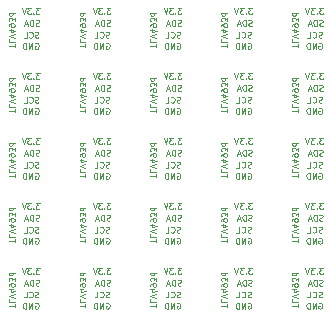
<source format=gbr>
G04 #@! TF.GenerationSoftware,KiCad,Pcbnew,5.0.2-bee76a0~70~ubuntu18.04.1*
G04 #@! TF.CreationDate,2019-03-02T12:35:57+01:00*
G04 #@! TF.ProjectId,3D_magnetic_board_5x5_panel,33445f6d-6167-46e6-9574-69635f626f61,rev?*
G04 #@! TF.SameCoordinates,Original*
G04 #@! TF.FileFunction,Legend,Bot*
G04 #@! TF.FilePolarity,Positive*
%FSLAX46Y46*%
G04 Gerber Fmt 4.6, Leading zero omitted, Abs format (unit mm)*
G04 Created by KiCad (PCBNEW 5.0.2-bee76a0~70~ubuntu18.04.1) date Sa 02 Mär 2019 12:35:57 CET*
%MOMM*%
%LPD*%
G01*
G04 APERTURE LIST*
%ADD10C,0.125000*%
G04 APERTURE END LIST*
D10*
X133523809Y-117650000D02*
X133523809Y-117364285D01*
X133023809Y-117507142D02*
X133523809Y-117507142D01*
X133023809Y-116959523D02*
X133023809Y-117197619D01*
X133523809Y-117197619D01*
X133523809Y-116864285D02*
X133023809Y-116697619D01*
X133523809Y-116530952D01*
X133357142Y-116150000D02*
X133023809Y-116150000D01*
X133547619Y-116269047D02*
X133190476Y-116388095D01*
X133190476Y-116078571D01*
X133023809Y-115864285D02*
X133023809Y-115769047D01*
X133047619Y-115721428D01*
X133071428Y-115697619D01*
X133142857Y-115650000D01*
X133238095Y-115626190D01*
X133428571Y-115626190D01*
X133476190Y-115650000D01*
X133500000Y-115673809D01*
X133523809Y-115721428D01*
X133523809Y-115816666D01*
X133500000Y-115864285D01*
X133476190Y-115888095D01*
X133428571Y-115911904D01*
X133309523Y-115911904D01*
X133261904Y-115888095D01*
X133238095Y-115864285D01*
X133214285Y-115816666D01*
X133214285Y-115721428D01*
X133238095Y-115673809D01*
X133261904Y-115650000D01*
X133309523Y-115626190D01*
X133523809Y-115459523D02*
X133523809Y-115150000D01*
X133333333Y-115316666D01*
X133333333Y-115245238D01*
X133309523Y-115197619D01*
X133285714Y-115173809D01*
X133238095Y-115150000D01*
X133119047Y-115150000D01*
X133071428Y-115173809D01*
X133047619Y-115197619D01*
X133023809Y-115245238D01*
X133023809Y-115388095D01*
X133047619Y-115435714D01*
X133071428Y-115459523D01*
X133023809Y-114721428D02*
X133523809Y-114721428D01*
X133047619Y-114721428D02*
X133023809Y-114769047D01*
X133023809Y-114864285D01*
X133047619Y-114911904D01*
X133071428Y-114935714D01*
X133119047Y-114959523D01*
X133261904Y-114959523D01*
X133309523Y-114935714D01*
X133333333Y-114911904D01*
X133357142Y-114864285D01*
X133357142Y-114769047D01*
X133333333Y-114721428D01*
X127523809Y-117650000D02*
X127523809Y-117364285D01*
X127023809Y-117507142D02*
X127523809Y-117507142D01*
X127023809Y-116959523D02*
X127023809Y-117197619D01*
X127523809Y-117197619D01*
X127523809Y-116864285D02*
X127023809Y-116697619D01*
X127523809Y-116530952D01*
X127357142Y-116150000D02*
X127023809Y-116150000D01*
X127547619Y-116269047D02*
X127190476Y-116388095D01*
X127190476Y-116078571D01*
X127023809Y-115864285D02*
X127023809Y-115769047D01*
X127047619Y-115721428D01*
X127071428Y-115697619D01*
X127142857Y-115650000D01*
X127238095Y-115626190D01*
X127428571Y-115626190D01*
X127476190Y-115650000D01*
X127500000Y-115673809D01*
X127523809Y-115721428D01*
X127523809Y-115816666D01*
X127500000Y-115864285D01*
X127476190Y-115888095D01*
X127428571Y-115911904D01*
X127309523Y-115911904D01*
X127261904Y-115888095D01*
X127238095Y-115864285D01*
X127214285Y-115816666D01*
X127214285Y-115721428D01*
X127238095Y-115673809D01*
X127261904Y-115650000D01*
X127309523Y-115626190D01*
X127523809Y-115459523D02*
X127523809Y-115150000D01*
X127333333Y-115316666D01*
X127333333Y-115245238D01*
X127309523Y-115197619D01*
X127285714Y-115173809D01*
X127238095Y-115150000D01*
X127119047Y-115150000D01*
X127071428Y-115173809D01*
X127047619Y-115197619D01*
X127023809Y-115245238D01*
X127023809Y-115388095D01*
X127047619Y-115435714D01*
X127071428Y-115459523D01*
X127023809Y-114721428D02*
X127523809Y-114721428D01*
X127047619Y-114721428D02*
X127023809Y-114769047D01*
X127023809Y-114864285D01*
X127047619Y-114911904D01*
X127071428Y-114935714D01*
X127119047Y-114959523D01*
X127261904Y-114959523D01*
X127309523Y-114935714D01*
X127333333Y-114911904D01*
X127357142Y-114864285D01*
X127357142Y-114769047D01*
X127333333Y-114721428D01*
X121523809Y-117650000D02*
X121523809Y-117364285D01*
X121023809Y-117507142D02*
X121523809Y-117507142D01*
X121023809Y-116959523D02*
X121023809Y-117197619D01*
X121523809Y-117197619D01*
X121523809Y-116864285D02*
X121023809Y-116697619D01*
X121523809Y-116530952D01*
X121357142Y-116150000D02*
X121023809Y-116150000D01*
X121547619Y-116269047D02*
X121190476Y-116388095D01*
X121190476Y-116078571D01*
X121023809Y-115864285D02*
X121023809Y-115769047D01*
X121047619Y-115721428D01*
X121071428Y-115697619D01*
X121142857Y-115650000D01*
X121238095Y-115626190D01*
X121428571Y-115626190D01*
X121476190Y-115650000D01*
X121500000Y-115673809D01*
X121523809Y-115721428D01*
X121523809Y-115816666D01*
X121500000Y-115864285D01*
X121476190Y-115888095D01*
X121428571Y-115911904D01*
X121309523Y-115911904D01*
X121261904Y-115888095D01*
X121238095Y-115864285D01*
X121214285Y-115816666D01*
X121214285Y-115721428D01*
X121238095Y-115673809D01*
X121261904Y-115650000D01*
X121309523Y-115626190D01*
X121523809Y-115459523D02*
X121523809Y-115150000D01*
X121333333Y-115316666D01*
X121333333Y-115245238D01*
X121309523Y-115197619D01*
X121285714Y-115173809D01*
X121238095Y-115150000D01*
X121119047Y-115150000D01*
X121071428Y-115173809D01*
X121047619Y-115197619D01*
X121023809Y-115245238D01*
X121023809Y-115388095D01*
X121047619Y-115435714D01*
X121071428Y-115459523D01*
X121023809Y-114721428D02*
X121523809Y-114721428D01*
X121047619Y-114721428D02*
X121023809Y-114769047D01*
X121023809Y-114864285D01*
X121047619Y-114911904D01*
X121071428Y-114935714D01*
X121119047Y-114959523D01*
X121261904Y-114959523D01*
X121309523Y-114935714D01*
X121333333Y-114911904D01*
X121357142Y-114864285D01*
X121357142Y-114769047D01*
X121333333Y-114721428D01*
X115523809Y-117650000D02*
X115523809Y-117364285D01*
X115023809Y-117507142D02*
X115523809Y-117507142D01*
X115023809Y-116959523D02*
X115023809Y-117197619D01*
X115523809Y-117197619D01*
X115523809Y-116864285D02*
X115023809Y-116697619D01*
X115523809Y-116530952D01*
X115357142Y-116150000D02*
X115023809Y-116150000D01*
X115547619Y-116269047D02*
X115190476Y-116388095D01*
X115190476Y-116078571D01*
X115023809Y-115864285D02*
X115023809Y-115769047D01*
X115047619Y-115721428D01*
X115071428Y-115697619D01*
X115142857Y-115650000D01*
X115238095Y-115626190D01*
X115428571Y-115626190D01*
X115476190Y-115650000D01*
X115500000Y-115673809D01*
X115523809Y-115721428D01*
X115523809Y-115816666D01*
X115500000Y-115864285D01*
X115476190Y-115888095D01*
X115428571Y-115911904D01*
X115309523Y-115911904D01*
X115261904Y-115888095D01*
X115238095Y-115864285D01*
X115214285Y-115816666D01*
X115214285Y-115721428D01*
X115238095Y-115673809D01*
X115261904Y-115650000D01*
X115309523Y-115626190D01*
X115523809Y-115459523D02*
X115523809Y-115150000D01*
X115333333Y-115316666D01*
X115333333Y-115245238D01*
X115309523Y-115197619D01*
X115285714Y-115173809D01*
X115238095Y-115150000D01*
X115119047Y-115150000D01*
X115071428Y-115173809D01*
X115047619Y-115197619D01*
X115023809Y-115245238D01*
X115023809Y-115388095D01*
X115047619Y-115435714D01*
X115071428Y-115459523D01*
X115023809Y-114721428D02*
X115523809Y-114721428D01*
X115047619Y-114721428D02*
X115023809Y-114769047D01*
X115023809Y-114864285D01*
X115047619Y-114911904D01*
X115071428Y-114935714D01*
X115119047Y-114959523D01*
X115261904Y-114959523D01*
X115309523Y-114935714D01*
X115333333Y-114911904D01*
X115357142Y-114864285D01*
X115357142Y-114769047D01*
X115333333Y-114721428D01*
X109523809Y-117650000D02*
X109523809Y-117364285D01*
X109023809Y-117507142D02*
X109523809Y-117507142D01*
X109023809Y-116959523D02*
X109023809Y-117197619D01*
X109523809Y-117197619D01*
X109523809Y-116864285D02*
X109023809Y-116697619D01*
X109523809Y-116530952D01*
X109357142Y-116150000D02*
X109023809Y-116150000D01*
X109547619Y-116269047D02*
X109190476Y-116388095D01*
X109190476Y-116078571D01*
X109023809Y-115864285D02*
X109023809Y-115769047D01*
X109047619Y-115721428D01*
X109071428Y-115697619D01*
X109142857Y-115650000D01*
X109238095Y-115626190D01*
X109428571Y-115626190D01*
X109476190Y-115650000D01*
X109500000Y-115673809D01*
X109523809Y-115721428D01*
X109523809Y-115816666D01*
X109500000Y-115864285D01*
X109476190Y-115888095D01*
X109428571Y-115911904D01*
X109309523Y-115911904D01*
X109261904Y-115888095D01*
X109238095Y-115864285D01*
X109214285Y-115816666D01*
X109214285Y-115721428D01*
X109238095Y-115673809D01*
X109261904Y-115650000D01*
X109309523Y-115626190D01*
X109523809Y-115459523D02*
X109523809Y-115150000D01*
X109333333Y-115316666D01*
X109333333Y-115245238D01*
X109309523Y-115197619D01*
X109285714Y-115173809D01*
X109238095Y-115150000D01*
X109119047Y-115150000D01*
X109071428Y-115173809D01*
X109047619Y-115197619D01*
X109023809Y-115245238D01*
X109023809Y-115388095D01*
X109047619Y-115435714D01*
X109071428Y-115459523D01*
X109023809Y-114721428D02*
X109523809Y-114721428D01*
X109047619Y-114721428D02*
X109023809Y-114769047D01*
X109023809Y-114864285D01*
X109047619Y-114911904D01*
X109071428Y-114935714D01*
X109119047Y-114959523D01*
X109261904Y-114959523D01*
X109309523Y-114935714D01*
X109333333Y-114911904D01*
X109357142Y-114864285D01*
X109357142Y-114769047D01*
X109333333Y-114721428D01*
X133523809Y-112150000D02*
X133523809Y-111864285D01*
X133023809Y-112007142D02*
X133523809Y-112007142D01*
X133023809Y-111459523D02*
X133023809Y-111697619D01*
X133523809Y-111697619D01*
X133523809Y-111364285D02*
X133023809Y-111197619D01*
X133523809Y-111030952D01*
X133357142Y-110650000D02*
X133023809Y-110650000D01*
X133547619Y-110769047D02*
X133190476Y-110888095D01*
X133190476Y-110578571D01*
X133023809Y-110364285D02*
X133023809Y-110269047D01*
X133047619Y-110221428D01*
X133071428Y-110197619D01*
X133142857Y-110150000D01*
X133238095Y-110126190D01*
X133428571Y-110126190D01*
X133476190Y-110150000D01*
X133500000Y-110173809D01*
X133523809Y-110221428D01*
X133523809Y-110316666D01*
X133500000Y-110364285D01*
X133476190Y-110388095D01*
X133428571Y-110411904D01*
X133309523Y-110411904D01*
X133261904Y-110388095D01*
X133238095Y-110364285D01*
X133214285Y-110316666D01*
X133214285Y-110221428D01*
X133238095Y-110173809D01*
X133261904Y-110150000D01*
X133309523Y-110126190D01*
X133523809Y-109959523D02*
X133523809Y-109650000D01*
X133333333Y-109816666D01*
X133333333Y-109745238D01*
X133309523Y-109697619D01*
X133285714Y-109673809D01*
X133238095Y-109650000D01*
X133119047Y-109650000D01*
X133071428Y-109673809D01*
X133047619Y-109697619D01*
X133023809Y-109745238D01*
X133023809Y-109888095D01*
X133047619Y-109935714D01*
X133071428Y-109959523D01*
X133023809Y-109221428D02*
X133523809Y-109221428D01*
X133047619Y-109221428D02*
X133023809Y-109269047D01*
X133023809Y-109364285D01*
X133047619Y-109411904D01*
X133071428Y-109435714D01*
X133119047Y-109459523D01*
X133261904Y-109459523D01*
X133309523Y-109435714D01*
X133333333Y-109411904D01*
X133357142Y-109364285D01*
X133357142Y-109269047D01*
X133333333Y-109221428D01*
X127523809Y-112150000D02*
X127523809Y-111864285D01*
X127023809Y-112007142D02*
X127523809Y-112007142D01*
X127023809Y-111459523D02*
X127023809Y-111697619D01*
X127523809Y-111697619D01*
X127523809Y-111364285D02*
X127023809Y-111197619D01*
X127523809Y-111030952D01*
X127357142Y-110650000D02*
X127023809Y-110650000D01*
X127547619Y-110769047D02*
X127190476Y-110888095D01*
X127190476Y-110578571D01*
X127023809Y-110364285D02*
X127023809Y-110269047D01*
X127047619Y-110221428D01*
X127071428Y-110197619D01*
X127142857Y-110150000D01*
X127238095Y-110126190D01*
X127428571Y-110126190D01*
X127476190Y-110150000D01*
X127500000Y-110173809D01*
X127523809Y-110221428D01*
X127523809Y-110316666D01*
X127500000Y-110364285D01*
X127476190Y-110388095D01*
X127428571Y-110411904D01*
X127309523Y-110411904D01*
X127261904Y-110388095D01*
X127238095Y-110364285D01*
X127214285Y-110316666D01*
X127214285Y-110221428D01*
X127238095Y-110173809D01*
X127261904Y-110150000D01*
X127309523Y-110126190D01*
X127523809Y-109959523D02*
X127523809Y-109650000D01*
X127333333Y-109816666D01*
X127333333Y-109745238D01*
X127309523Y-109697619D01*
X127285714Y-109673809D01*
X127238095Y-109650000D01*
X127119047Y-109650000D01*
X127071428Y-109673809D01*
X127047619Y-109697619D01*
X127023809Y-109745238D01*
X127023809Y-109888095D01*
X127047619Y-109935714D01*
X127071428Y-109959523D01*
X127023809Y-109221428D02*
X127523809Y-109221428D01*
X127047619Y-109221428D02*
X127023809Y-109269047D01*
X127023809Y-109364285D01*
X127047619Y-109411904D01*
X127071428Y-109435714D01*
X127119047Y-109459523D01*
X127261904Y-109459523D01*
X127309523Y-109435714D01*
X127333333Y-109411904D01*
X127357142Y-109364285D01*
X127357142Y-109269047D01*
X127333333Y-109221428D01*
X121523809Y-112150000D02*
X121523809Y-111864285D01*
X121023809Y-112007142D02*
X121523809Y-112007142D01*
X121023809Y-111459523D02*
X121023809Y-111697619D01*
X121523809Y-111697619D01*
X121523809Y-111364285D02*
X121023809Y-111197619D01*
X121523809Y-111030952D01*
X121357142Y-110650000D02*
X121023809Y-110650000D01*
X121547619Y-110769047D02*
X121190476Y-110888095D01*
X121190476Y-110578571D01*
X121023809Y-110364285D02*
X121023809Y-110269047D01*
X121047619Y-110221428D01*
X121071428Y-110197619D01*
X121142857Y-110150000D01*
X121238095Y-110126190D01*
X121428571Y-110126190D01*
X121476190Y-110150000D01*
X121500000Y-110173809D01*
X121523809Y-110221428D01*
X121523809Y-110316666D01*
X121500000Y-110364285D01*
X121476190Y-110388095D01*
X121428571Y-110411904D01*
X121309523Y-110411904D01*
X121261904Y-110388095D01*
X121238095Y-110364285D01*
X121214285Y-110316666D01*
X121214285Y-110221428D01*
X121238095Y-110173809D01*
X121261904Y-110150000D01*
X121309523Y-110126190D01*
X121523809Y-109959523D02*
X121523809Y-109650000D01*
X121333333Y-109816666D01*
X121333333Y-109745238D01*
X121309523Y-109697619D01*
X121285714Y-109673809D01*
X121238095Y-109650000D01*
X121119047Y-109650000D01*
X121071428Y-109673809D01*
X121047619Y-109697619D01*
X121023809Y-109745238D01*
X121023809Y-109888095D01*
X121047619Y-109935714D01*
X121071428Y-109959523D01*
X121023809Y-109221428D02*
X121523809Y-109221428D01*
X121047619Y-109221428D02*
X121023809Y-109269047D01*
X121023809Y-109364285D01*
X121047619Y-109411904D01*
X121071428Y-109435714D01*
X121119047Y-109459523D01*
X121261904Y-109459523D01*
X121309523Y-109435714D01*
X121333333Y-109411904D01*
X121357142Y-109364285D01*
X121357142Y-109269047D01*
X121333333Y-109221428D01*
X115523809Y-112150000D02*
X115523809Y-111864285D01*
X115023809Y-112007142D02*
X115523809Y-112007142D01*
X115023809Y-111459523D02*
X115023809Y-111697619D01*
X115523809Y-111697619D01*
X115523809Y-111364285D02*
X115023809Y-111197619D01*
X115523809Y-111030952D01*
X115357142Y-110650000D02*
X115023809Y-110650000D01*
X115547619Y-110769047D02*
X115190476Y-110888095D01*
X115190476Y-110578571D01*
X115023809Y-110364285D02*
X115023809Y-110269047D01*
X115047619Y-110221428D01*
X115071428Y-110197619D01*
X115142857Y-110150000D01*
X115238095Y-110126190D01*
X115428571Y-110126190D01*
X115476190Y-110150000D01*
X115500000Y-110173809D01*
X115523809Y-110221428D01*
X115523809Y-110316666D01*
X115500000Y-110364285D01*
X115476190Y-110388095D01*
X115428571Y-110411904D01*
X115309523Y-110411904D01*
X115261904Y-110388095D01*
X115238095Y-110364285D01*
X115214285Y-110316666D01*
X115214285Y-110221428D01*
X115238095Y-110173809D01*
X115261904Y-110150000D01*
X115309523Y-110126190D01*
X115523809Y-109959523D02*
X115523809Y-109650000D01*
X115333333Y-109816666D01*
X115333333Y-109745238D01*
X115309523Y-109697619D01*
X115285714Y-109673809D01*
X115238095Y-109650000D01*
X115119047Y-109650000D01*
X115071428Y-109673809D01*
X115047619Y-109697619D01*
X115023809Y-109745238D01*
X115023809Y-109888095D01*
X115047619Y-109935714D01*
X115071428Y-109959523D01*
X115023809Y-109221428D02*
X115523809Y-109221428D01*
X115047619Y-109221428D02*
X115023809Y-109269047D01*
X115023809Y-109364285D01*
X115047619Y-109411904D01*
X115071428Y-109435714D01*
X115119047Y-109459523D01*
X115261904Y-109459523D01*
X115309523Y-109435714D01*
X115333333Y-109411904D01*
X115357142Y-109364285D01*
X115357142Y-109269047D01*
X115333333Y-109221428D01*
X109523809Y-112150000D02*
X109523809Y-111864285D01*
X109023809Y-112007142D02*
X109523809Y-112007142D01*
X109023809Y-111459523D02*
X109023809Y-111697619D01*
X109523809Y-111697619D01*
X109523809Y-111364285D02*
X109023809Y-111197619D01*
X109523809Y-111030952D01*
X109357142Y-110650000D02*
X109023809Y-110650000D01*
X109547619Y-110769047D02*
X109190476Y-110888095D01*
X109190476Y-110578571D01*
X109023809Y-110364285D02*
X109023809Y-110269047D01*
X109047619Y-110221428D01*
X109071428Y-110197619D01*
X109142857Y-110150000D01*
X109238095Y-110126190D01*
X109428571Y-110126190D01*
X109476190Y-110150000D01*
X109500000Y-110173809D01*
X109523809Y-110221428D01*
X109523809Y-110316666D01*
X109500000Y-110364285D01*
X109476190Y-110388095D01*
X109428571Y-110411904D01*
X109309523Y-110411904D01*
X109261904Y-110388095D01*
X109238095Y-110364285D01*
X109214285Y-110316666D01*
X109214285Y-110221428D01*
X109238095Y-110173809D01*
X109261904Y-110150000D01*
X109309523Y-110126190D01*
X109523809Y-109959523D02*
X109523809Y-109650000D01*
X109333333Y-109816666D01*
X109333333Y-109745238D01*
X109309523Y-109697619D01*
X109285714Y-109673809D01*
X109238095Y-109650000D01*
X109119047Y-109650000D01*
X109071428Y-109673809D01*
X109047619Y-109697619D01*
X109023809Y-109745238D01*
X109023809Y-109888095D01*
X109047619Y-109935714D01*
X109071428Y-109959523D01*
X109023809Y-109221428D02*
X109523809Y-109221428D01*
X109047619Y-109221428D02*
X109023809Y-109269047D01*
X109023809Y-109364285D01*
X109047619Y-109411904D01*
X109071428Y-109435714D01*
X109119047Y-109459523D01*
X109261904Y-109459523D01*
X109309523Y-109435714D01*
X109333333Y-109411904D01*
X109357142Y-109364285D01*
X109357142Y-109269047D01*
X109333333Y-109221428D01*
X133523809Y-106650000D02*
X133523809Y-106364285D01*
X133023809Y-106507142D02*
X133523809Y-106507142D01*
X133023809Y-105959523D02*
X133023809Y-106197619D01*
X133523809Y-106197619D01*
X133523809Y-105864285D02*
X133023809Y-105697619D01*
X133523809Y-105530952D01*
X133357142Y-105150000D02*
X133023809Y-105150000D01*
X133547619Y-105269047D02*
X133190476Y-105388095D01*
X133190476Y-105078571D01*
X133023809Y-104864285D02*
X133023809Y-104769047D01*
X133047619Y-104721428D01*
X133071428Y-104697619D01*
X133142857Y-104650000D01*
X133238095Y-104626190D01*
X133428571Y-104626190D01*
X133476190Y-104650000D01*
X133500000Y-104673809D01*
X133523809Y-104721428D01*
X133523809Y-104816666D01*
X133500000Y-104864285D01*
X133476190Y-104888095D01*
X133428571Y-104911904D01*
X133309523Y-104911904D01*
X133261904Y-104888095D01*
X133238095Y-104864285D01*
X133214285Y-104816666D01*
X133214285Y-104721428D01*
X133238095Y-104673809D01*
X133261904Y-104650000D01*
X133309523Y-104626190D01*
X133523809Y-104459523D02*
X133523809Y-104150000D01*
X133333333Y-104316666D01*
X133333333Y-104245238D01*
X133309523Y-104197619D01*
X133285714Y-104173809D01*
X133238095Y-104150000D01*
X133119047Y-104150000D01*
X133071428Y-104173809D01*
X133047619Y-104197619D01*
X133023809Y-104245238D01*
X133023809Y-104388095D01*
X133047619Y-104435714D01*
X133071428Y-104459523D01*
X133023809Y-103721428D02*
X133523809Y-103721428D01*
X133047619Y-103721428D02*
X133023809Y-103769047D01*
X133023809Y-103864285D01*
X133047619Y-103911904D01*
X133071428Y-103935714D01*
X133119047Y-103959523D01*
X133261904Y-103959523D01*
X133309523Y-103935714D01*
X133333333Y-103911904D01*
X133357142Y-103864285D01*
X133357142Y-103769047D01*
X133333333Y-103721428D01*
X127523809Y-106650000D02*
X127523809Y-106364285D01*
X127023809Y-106507142D02*
X127523809Y-106507142D01*
X127023809Y-105959523D02*
X127023809Y-106197619D01*
X127523809Y-106197619D01*
X127523809Y-105864285D02*
X127023809Y-105697619D01*
X127523809Y-105530952D01*
X127357142Y-105150000D02*
X127023809Y-105150000D01*
X127547619Y-105269047D02*
X127190476Y-105388095D01*
X127190476Y-105078571D01*
X127023809Y-104864285D02*
X127023809Y-104769047D01*
X127047619Y-104721428D01*
X127071428Y-104697619D01*
X127142857Y-104650000D01*
X127238095Y-104626190D01*
X127428571Y-104626190D01*
X127476190Y-104650000D01*
X127500000Y-104673809D01*
X127523809Y-104721428D01*
X127523809Y-104816666D01*
X127500000Y-104864285D01*
X127476190Y-104888095D01*
X127428571Y-104911904D01*
X127309523Y-104911904D01*
X127261904Y-104888095D01*
X127238095Y-104864285D01*
X127214285Y-104816666D01*
X127214285Y-104721428D01*
X127238095Y-104673809D01*
X127261904Y-104650000D01*
X127309523Y-104626190D01*
X127523809Y-104459523D02*
X127523809Y-104150000D01*
X127333333Y-104316666D01*
X127333333Y-104245238D01*
X127309523Y-104197619D01*
X127285714Y-104173809D01*
X127238095Y-104150000D01*
X127119047Y-104150000D01*
X127071428Y-104173809D01*
X127047619Y-104197619D01*
X127023809Y-104245238D01*
X127023809Y-104388095D01*
X127047619Y-104435714D01*
X127071428Y-104459523D01*
X127023809Y-103721428D02*
X127523809Y-103721428D01*
X127047619Y-103721428D02*
X127023809Y-103769047D01*
X127023809Y-103864285D01*
X127047619Y-103911904D01*
X127071428Y-103935714D01*
X127119047Y-103959523D01*
X127261904Y-103959523D01*
X127309523Y-103935714D01*
X127333333Y-103911904D01*
X127357142Y-103864285D01*
X127357142Y-103769047D01*
X127333333Y-103721428D01*
X121523809Y-106650000D02*
X121523809Y-106364285D01*
X121023809Y-106507142D02*
X121523809Y-106507142D01*
X121023809Y-105959523D02*
X121023809Y-106197619D01*
X121523809Y-106197619D01*
X121523809Y-105864285D02*
X121023809Y-105697619D01*
X121523809Y-105530952D01*
X121357142Y-105150000D02*
X121023809Y-105150000D01*
X121547619Y-105269047D02*
X121190476Y-105388095D01*
X121190476Y-105078571D01*
X121023809Y-104864285D02*
X121023809Y-104769047D01*
X121047619Y-104721428D01*
X121071428Y-104697619D01*
X121142857Y-104650000D01*
X121238095Y-104626190D01*
X121428571Y-104626190D01*
X121476190Y-104650000D01*
X121500000Y-104673809D01*
X121523809Y-104721428D01*
X121523809Y-104816666D01*
X121500000Y-104864285D01*
X121476190Y-104888095D01*
X121428571Y-104911904D01*
X121309523Y-104911904D01*
X121261904Y-104888095D01*
X121238095Y-104864285D01*
X121214285Y-104816666D01*
X121214285Y-104721428D01*
X121238095Y-104673809D01*
X121261904Y-104650000D01*
X121309523Y-104626190D01*
X121523809Y-104459523D02*
X121523809Y-104150000D01*
X121333333Y-104316666D01*
X121333333Y-104245238D01*
X121309523Y-104197619D01*
X121285714Y-104173809D01*
X121238095Y-104150000D01*
X121119047Y-104150000D01*
X121071428Y-104173809D01*
X121047619Y-104197619D01*
X121023809Y-104245238D01*
X121023809Y-104388095D01*
X121047619Y-104435714D01*
X121071428Y-104459523D01*
X121023809Y-103721428D02*
X121523809Y-103721428D01*
X121047619Y-103721428D02*
X121023809Y-103769047D01*
X121023809Y-103864285D01*
X121047619Y-103911904D01*
X121071428Y-103935714D01*
X121119047Y-103959523D01*
X121261904Y-103959523D01*
X121309523Y-103935714D01*
X121333333Y-103911904D01*
X121357142Y-103864285D01*
X121357142Y-103769047D01*
X121333333Y-103721428D01*
X115523809Y-106650000D02*
X115523809Y-106364285D01*
X115023809Y-106507142D02*
X115523809Y-106507142D01*
X115023809Y-105959523D02*
X115023809Y-106197619D01*
X115523809Y-106197619D01*
X115523809Y-105864285D02*
X115023809Y-105697619D01*
X115523809Y-105530952D01*
X115357142Y-105150000D02*
X115023809Y-105150000D01*
X115547619Y-105269047D02*
X115190476Y-105388095D01*
X115190476Y-105078571D01*
X115023809Y-104864285D02*
X115023809Y-104769047D01*
X115047619Y-104721428D01*
X115071428Y-104697619D01*
X115142857Y-104650000D01*
X115238095Y-104626190D01*
X115428571Y-104626190D01*
X115476190Y-104650000D01*
X115500000Y-104673809D01*
X115523809Y-104721428D01*
X115523809Y-104816666D01*
X115500000Y-104864285D01*
X115476190Y-104888095D01*
X115428571Y-104911904D01*
X115309523Y-104911904D01*
X115261904Y-104888095D01*
X115238095Y-104864285D01*
X115214285Y-104816666D01*
X115214285Y-104721428D01*
X115238095Y-104673809D01*
X115261904Y-104650000D01*
X115309523Y-104626190D01*
X115523809Y-104459523D02*
X115523809Y-104150000D01*
X115333333Y-104316666D01*
X115333333Y-104245238D01*
X115309523Y-104197619D01*
X115285714Y-104173809D01*
X115238095Y-104150000D01*
X115119047Y-104150000D01*
X115071428Y-104173809D01*
X115047619Y-104197619D01*
X115023809Y-104245238D01*
X115023809Y-104388095D01*
X115047619Y-104435714D01*
X115071428Y-104459523D01*
X115023809Y-103721428D02*
X115523809Y-103721428D01*
X115047619Y-103721428D02*
X115023809Y-103769047D01*
X115023809Y-103864285D01*
X115047619Y-103911904D01*
X115071428Y-103935714D01*
X115119047Y-103959523D01*
X115261904Y-103959523D01*
X115309523Y-103935714D01*
X115333333Y-103911904D01*
X115357142Y-103864285D01*
X115357142Y-103769047D01*
X115333333Y-103721428D01*
X109523809Y-106650000D02*
X109523809Y-106364285D01*
X109023809Y-106507142D02*
X109523809Y-106507142D01*
X109023809Y-105959523D02*
X109023809Y-106197619D01*
X109523809Y-106197619D01*
X109523809Y-105864285D02*
X109023809Y-105697619D01*
X109523809Y-105530952D01*
X109357142Y-105150000D02*
X109023809Y-105150000D01*
X109547619Y-105269047D02*
X109190476Y-105388095D01*
X109190476Y-105078571D01*
X109023809Y-104864285D02*
X109023809Y-104769047D01*
X109047619Y-104721428D01*
X109071428Y-104697619D01*
X109142857Y-104650000D01*
X109238095Y-104626190D01*
X109428571Y-104626190D01*
X109476190Y-104650000D01*
X109500000Y-104673809D01*
X109523809Y-104721428D01*
X109523809Y-104816666D01*
X109500000Y-104864285D01*
X109476190Y-104888095D01*
X109428571Y-104911904D01*
X109309523Y-104911904D01*
X109261904Y-104888095D01*
X109238095Y-104864285D01*
X109214285Y-104816666D01*
X109214285Y-104721428D01*
X109238095Y-104673809D01*
X109261904Y-104650000D01*
X109309523Y-104626190D01*
X109523809Y-104459523D02*
X109523809Y-104150000D01*
X109333333Y-104316666D01*
X109333333Y-104245238D01*
X109309523Y-104197619D01*
X109285714Y-104173809D01*
X109238095Y-104150000D01*
X109119047Y-104150000D01*
X109071428Y-104173809D01*
X109047619Y-104197619D01*
X109023809Y-104245238D01*
X109023809Y-104388095D01*
X109047619Y-104435714D01*
X109071428Y-104459523D01*
X109023809Y-103721428D02*
X109523809Y-103721428D01*
X109047619Y-103721428D02*
X109023809Y-103769047D01*
X109023809Y-103864285D01*
X109047619Y-103911904D01*
X109071428Y-103935714D01*
X109119047Y-103959523D01*
X109261904Y-103959523D01*
X109309523Y-103935714D01*
X109333333Y-103911904D01*
X109357142Y-103864285D01*
X109357142Y-103769047D01*
X109333333Y-103721428D01*
X133523809Y-101150000D02*
X133523809Y-100864285D01*
X133023809Y-101007142D02*
X133523809Y-101007142D01*
X133023809Y-100459523D02*
X133023809Y-100697619D01*
X133523809Y-100697619D01*
X133523809Y-100364285D02*
X133023809Y-100197619D01*
X133523809Y-100030952D01*
X133357142Y-99650000D02*
X133023809Y-99650000D01*
X133547619Y-99769047D02*
X133190476Y-99888095D01*
X133190476Y-99578571D01*
X133023809Y-99364285D02*
X133023809Y-99269047D01*
X133047619Y-99221428D01*
X133071428Y-99197619D01*
X133142857Y-99150000D01*
X133238095Y-99126190D01*
X133428571Y-99126190D01*
X133476190Y-99150000D01*
X133500000Y-99173809D01*
X133523809Y-99221428D01*
X133523809Y-99316666D01*
X133500000Y-99364285D01*
X133476190Y-99388095D01*
X133428571Y-99411904D01*
X133309523Y-99411904D01*
X133261904Y-99388095D01*
X133238095Y-99364285D01*
X133214285Y-99316666D01*
X133214285Y-99221428D01*
X133238095Y-99173809D01*
X133261904Y-99150000D01*
X133309523Y-99126190D01*
X133523809Y-98959523D02*
X133523809Y-98650000D01*
X133333333Y-98816666D01*
X133333333Y-98745238D01*
X133309523Y-98697619D01*
X133285714Y-98673809D01*
X133238095Y-98650000D01*
X133119047Y-98650000D01*
X133071428Y-98673809D01*
X133047619Y-98697619D01*
X133023809Y-98745238D01*
X133023809Y-98888095D01*
X133047619Y-98935714D01*
X133071428Y-98959523D01*
X133023809Y-98221428D02*
X133523809Y-98221428D01*
X133047619Y-98221428D02*
X133023809Y-98269047D01*
X133023809Y-98364285D01*
X133047619Y-98411904D01*
X133071428Y-98435714D01*
X133119047Y-98459523D01*
X133261904Y-98459523D01*
X133309523Y-98435714D01*
X133333333Y-98411904D01*
X133357142Y-98364285D01*
X133357142Y-98269047D01*
X133333333Y-98221428D01*
X127523809Y-101150000D02*
X127523809Y-100864285D01*
X127023809Y-101007142D02*
X127523809Y-101007142D01*
X127023809Y-100459523D02*
X127023809Y-100697619D01*
X127523809Y-100697619D01*
X127523809Y-100364285D02*
X127023809Y-100197619D01*
X127523809Y-100030952D01*
X127357142Y-99650000D02*
X127023809Y-99650000D01*
X127547619Y-99769047D02*
X127190476Y-99888095D01*
X127190476Y-99578571D01*
X127023809Y-99364285D02*
X127023809Y-99269047D01*
X127047619Y-99221428D01*
X127071428Y-99197619D01*
X127142857Y-99150000D01*
X127238095Y-99126190D01*
X127428571Y-99126190D01*
X127476190Y-99150000D01*
X127500000Y-99173809D01*
X127523809Y-99221428D01*
X127523809Y-99316666D01*
X127500000Y-99364285D01*
X127476190Y-99388095D01*
X127428571Y-99411904D01*
X127309523Y-99411904D01*
X127261904Y-99388095D01*
X127238095Y-99364285D01*
X127214285Y-99316666D01*
X127214285Y-99221428D01*
X127238095Y-99173809D01*
X127261904Y-99150000D01*
X127309523Y-99126190D01*
X127523809Y-98959523D02*
X127523809Y-98650000D01*
X127333333Y-98816666D01*
X127333333Y-98745238D01*
X127309523Y-98697619D01*
X127285714Y-98673809D01*
X127238095Y-98650000D01*
X127119047Y-98650000D01*
X127071428Y-98673809D01*
X127047619Y-98697619D01*
X127023809Y-98745238D01*
X127023809Y-98888095D01*
X127047619Y-98935714D01*
X127071428Y-98959523D01*
X127023809Y-98221428D02*
X127523809Y-98221428D01*
X127047619Y-98221428D02*
X127023809Y-98269047D01*
X127023809Y-98364285D01*
X127047619Y-98411904D01*
X127071428Y-98435714D01*
X127119047Y-98459523D01*
X127261904Y-98459523D01*
X127309523Y-98435714D01*
X127333333Y-98411904D01*
X127357142Y-98364285D01*
X127357142Y-98269047D01*
X127333333Y-98221428D01*
X121523809Y-101150000D02*
X121523809Y-100864285D01*
X121023809Y-101007142D02*
X121523809Y-101007142D01*
X121023809Y-100459523D02*
X121023809Y-100697619D01*
X121523809Y-100697619D01*
X121523809Y-100364285D02*
X121023809Y-100197619D01*
X121523809Y-100030952D01*
X121357142Y-99650000D02*
X121023809Y-99650000D01*
X121547619Y-99769047D02*
X121190476Y-99888095D01*
X121190476Y-99578571D01*
X121023809Y-99364285D02*
X121023809Y-99269047D01*
X121047619Y-99221428D01*
X121071428Y-99197619D01*
X121142857Y-99150000D01*
X121238095Y-99126190D01*
X121428571Y-99126190D01*
X121476190Y-99150000D01*
X121500000Y-99173809D01*
X121523809Y-99221428D01*
X121523809Y-99316666D01*
X121500000Y-99364285D01*
X121476190Y-99388095D01*
X121428571Y-99411904D01*
X121309523Y-99411904D01*
X121261904Y-99388095D01*
X121238095Y-99364285D01*
X121214285Y-99316666D01*
X121214285Y-99221428D01*
X121238095Y-99173809D01*
X121261904Y-99150000D01*
X121309523Y-99126190D01*
X121523809Y-98959523D02*
X121523809Y-98650000D01*
X121333333Y-98816666D01*
X121333333Y-98745238D01*
X121309523Y-98697619D01*
X121285714Y-98673809D01*
X121238095Y-98650000D01*
X121119047Y-98650000D01*
X121071428Y-98673809D01*
X121047619Y-98697619D01*
X121023809Y-98745238D01*
X121023809Y-98888095D01*
X121047619Y-98935714D01*
X121071428Y-98959523D01*
X121023809Y-98221428D02*
X121523809Y-98221428D01*
X121047619Y-98221428D02*
X121023809Y-98269047D01*
X121023809Y-98364285D01*
X121047619Y-98411904D01*
X121071428Y-98435714D01*
X121119047Y-98459523D01*
X121261904Y-98459523D01*
X121309523Y-98435714D01*
X121333333Y-98411904D01*
X121357142Y-98364285D01*
X121357142Y-98269047D01*
X121333333Y-98221428D01*
X115523809Y-101150000D02*
X115523809Y-100864285D01*
X115023809Y-101007142D02*
X115523809Y-101007142D01*
X115023809Y-100459523D02*
X115023809Y-100697619D01*
X115523809Y-100697619D01*
X115523809Y-100364285D02*
X115023809Y-100197619D01*
X115523809Y-100030952D01*
X115357142Y-99650000D02*
X115023809Y-99650000D01*
X115547619Y-99769047D02*
X115190476Y-99888095D01*
X115190476Y-99578571D01*
X115023809Y-99364285D02*
X115023809Y-99269047D01*
X115047619Y-99221428D01*
X115071428Y-99197619D01*
X115142857Y-99150000D01*
X115238095Y-99126190D01*
X115428571Y-99126190D01*
X115476190Y-99150000D01*
X115500000Y-99173809D01*
X115523809Y-99221428D01*
X115523809Y-99316666D01*
X115500000Y-99364285D01*
X115476190Y-99388095D01*
X115428571Y-99411904D01*
X115309523Y-99411904D01*
X115261904Y-99388095D01*
X115238095Y-99364285D01*
X115214285Y-99316666D01*
X115214285Y-99221428D01*
X115238095Y-99173809D01*
X115261904Y-99150000D01*
X115309523Y-99126190D01*
X115523809Y-98959523D02*
X115523809Y-98650000D01*
X115333333Y-98816666D01*
X115333333Y-98745238D01*
X115309523Y-98697619D01*
X115285714Y-98673809D01*
X115238095Y-98650000D01*
X115119047Y-98650000D01*
X115071428Y-98673809D01*
X115047619Y-98697619D01*
X115023809Y-98745238D01*
X115023809Y-98888095D01*
X115047619Y-98935714D01*
X115071428Y-98959523D01*
X115023809Y-98221428D02*
X115523809Y-98221428D01*
X115047619Y-98221428D02*
X115023809Y-98269047D01*
X115023809Y-98364285D01*
X115047619Y-98411904D01*
X115071428Y-98435714D01*
X115119047Y-98459523D01*
X115261904Y-98459523D01*
X115309523Y-98435714D01*
X115333333Y-98411904D01*
X115357142Y-98364285D01*
X115357142Y-98269047D01*
X115333333Y-98221428D01*
X109523809Y-101150000D02*
X109523809Y-100864285D01*
X109023809Y-101007142D02*
X109523809Y-101007142D01*
X109023809Y-100459523D02*
X109023809Y-100697619D01*
X109523809Y-100697619D01*
X109523809Y-100364285D02*
X109023809Y-100197619D01*
X109523809Y-100030952D01*
X109357142Y-99650000D02*
X109023809Y-99650000D01*
X109547619Y-99769047D02*
X109190476Y-99888095D01*
X109190476Y-99578571D01*
X109023809Y-99364285D02*
X109023809Y-99269047D01*
X109047619Y-99221428D01*
X109071428Y-99197619D01*
X109142857Y-99150000D01*
X109238095Y-99126190D01*
X109428571Y-99126190D01*
X109476190Y-99150000D01*
X109500000Y-99173809D01*
X109523809Y-99221428D01*
X109523809Y-99316666D01*
X109500000Y-99364285D01*
X109476190Y-99388095D01*
X109428571Y-99411904D01*
X109309523Y-99411904D01*
X109261904Y-99388095D01*
X109238095Y-99364285D01*
X109214285Y-99316666D01*
X109214285Y-99221428D01*
X109238095Y-99173809D01*
X109261904Y-99150000D01*
X109309523Y-99126190D01*
X109523809Y-98959523D02*
X109523809Y-98650000D01*
X109333333Y-98816666D01*
X109333333Y-98745238D01*
X109309523Y-98697619D01*
X109285714Y-98673809D01*
X109238095Y-98650000D01*
X109119047Y-98650000D01*
X109071428Y-98673809D01*
X109047619Y-98697619D01*
X109023809Y-98745238D01*
X109023809Y-98888095D01*
X109047619Y-98935714D01*
X109071428Y-98959523D01*
X109023809Y-98221428D02*
X109523809Y-98221428D01*
X109047619Y-98221428D02*
X109023809Y-98269047D01*
X109023809Y-98364285D01*
X109047619Y-98411904D01*
X109071428Y-98435714D01*
X109119047Y-98459523D01*
X109261904Y-98459523D01*
X109309523Y-98435714D01*
X109333333Y-98411904D01*
X109357142Y-98364285D01*
X109357142Y-98269047D01*
X109333333Y-98221428D01*
X133523809Y-95650000D02*
X133523809Y-95364285D01*
X133023809Y-95507142D02*
X133523809Y-95507142D01*
X133023809Y-94959523D02*
X133023809Y-95197619D01*
X133523809Y-95197619D01*
X133523809Y-94864285D02*
X133023809Y-94697619D01*
X133523809Y-94530952D01*
X133357142Y-94150000D02*
X133023809Y-94150000D01*
X133547619Y-94269047D02*
X133190476Y-94388095D01*
X133190476Y-94078571D01*
X133023809Y-93864285D02*
X133023809Y-93769047D01*
X133047619Y-93721428D01*
X133071428Y-93697619D01*
X133142857Y-93650000D01*
X133238095Y-93626190D01*
X133428571Y-93626190D01*
X133476190Y-93650000D01*
X133500000Y-93673809D01*
X133523809Y-93721428D01*
X133523809Y-93816666D01*
X133500000Y-93864285D01*
X133476190Y-93888095D01*
X133428571Y-93911904D01*
X133309523Y-93911904D01*
X133261904Y-93888095D01*
X133238095Y-93864285D01*
X133214285Y-93816666D01*
X133214285Y-93721428D01*
X133238095Y-93673809D01*
X133261904Y-93650000D01*
X133309523Y-93626190D01*
X133523809Y-93459523D02*
X133523809Y-93150000D01*
X133333333Y-93316666D01*
X133333333Y-93245238D01*
X133309523Y-93197619D01*
X133285714Y-93173809D01*
X133238095Y-93150000D01*
X133119047Y-93150000D01*
X133071428Y-93173809D01*
X133047619Y-93197619D01*
X133023809Y-93245238D01*
X133023809Y-93388095D01*
X133047619Y-93435714D01*
X133071428Y-93459523D01*
X133023809Y-92721428D02*
X133523809Y-92721428D01*
X133047619Y-92721428D02*
X133023809Y-92769047D01*
X133023809Y-92864285D01*
X133047619Y-92911904D01*
X133071428Y-92935714D01*
X133119047Y-92959523D01*
X133261904Y-92959523D01*
X133309523Y-92935714D01*
X133333333Y-92911904D01*
X133357142Y-92864285D01*
X133357142Y-92769047D01*
X133333333Y-92721428D01*
X127523809Y-95650000D02*
X127523809Y-95364285D01*
X127023809Y-95507142D02*
X127523809Y-95507142D01*
X127023809Y-94959523D02*
X127023809Y-95197619D01*
X127523809Y-95197619D01*
X127523809Y-94864285D02*
X127023809Y-94697619D01*
X127523809Y-94530952D01*
X127357142Y-94150000D02*
X127023809Y-94150000D01*
X127547619Y-94269047D02*
X127190476Y-94388095D01*
X127190476Y-94078571D01*
X127023809Y-93864285D02*
X127023809Y-93769047D01*
X127047619Y-93721428D01*
X127071428Y-93697619D01*
X127142857Y-93650000D01*
X127238095Y-93626190D01*
X127428571Y-93626190D01*
X127476190Y-93650000D01*
X127500000Y-93673809D01*
X127523809Y-93721428D01*
X127523809Y-93816666D01*
X127500000Y-93864285D01*
X127476190Y-93888095D01*
X127428571Y-93911904D01*
X127309523Y-93911904D01*
X127261904Y-93888095D01*
X127238095Y-93864285D01*
X127214285Y-93816666D01*
X127214285Y-93721428D01*
X127238095Y-93673809D01*
X127261904Y-93650000D01*
X127309523Y-93626190D01*
X127523809Y-93459523D02*
X127523809Y-93150000D01*
X127333333Y-93316666D01*
X127333333Y-93245238D01*
X127309523Y-93197619D01*
X127285714Y-93173809D01*
X127238095Y-93150000D01*
X127119047Y-93150000D01*
X127071428Y-93173809D01*
X127047619Y-93197619D01*
X127023809Y-93245238D01*
X127023809Y-93388095D01*
X127047619Y-93435714D01*
X127071428Y-93459523D01*
X127023809Y-92721428D02*
X127523809Y-92721428D01*
X127047619Y-92721428D02*
X127023809Y-92769047D01*
X127023809Y-92864285D01*
X127047619Y-92911904D01*
X127071428Y-92935714D01*
X127119047Y-92959523D01*
X127261904Y-92959523D01*
X127309523Y-92935714D01*
X127333333Y-92911904D01*
X127357142Y-92864285D01*
X127357142Y-92769047D01*
X127333333Y-92721428D01*
X121523809Y-95650000D02*
X121523809Y-95364285D01*
X121023809Y-95507142D02*
X121523809Y-95507142D01*
X121023809Y-94959523D02*
X121023809Y-95197619D01*
X121523809Y-95197619D01*
X121523809Y-94864285D02*
X121023809Y-94697619D01*
X121523809Y-94530952D01*
X121357142Y-94150000D02*
X121023809Y-94150000D01*
X121547619Y-94269047D02*
X121190476Y-94388095D01*
X121190476Y-94078571D01*
X121023809Y-93864285D02*
X121023809Y-93769047D01*
X121047619Y-93721428D01*
X121071428Y-93697619D01*
X121142857Y-93650000D01*
X121238095Y-93626190D01*
X121428571Y-93626190D01*
X121476190Y-93650000D01*
X121500000Y-93673809D01*
X121523809Y-93721428D01*
X121523809Y-93816666D01*
X121500000Y-93864285D01*
X121476190Y-93888095D01*
X121428571Y-93911904D01*
X121309523Y-93911904D01*
X121261904Y-93888095D01*
X121238095Y-93864285D01*
X121214285Y-93816666D01*
X121214285Y-93721428D01*
X121238095Y-93673809D01*
X121261904Y-93650000D01*
X121309523Y-93626190D01*
X121523809Y-93459523D02*
X121523809Y-93150000D01*
X121333333Y-93316666D01*
X121333333Y-93245238D01*
X121309523Y-93197619D01*
X121285714Y-93173809D01*
X121238095Y-93150000D01*
X121119047Y-93150000D01*
X121071428Y-93173809D01*
X121047619Y-93197619D01*
X121023809Y-93245238D01*
X121023809Y-93388095D01*
X121047619Y-93435714D01*
X121071428Y-93459523D01*
X121023809Y-92721428D02*
X121523809Y-92721428D01*
X121047619Y-92721428D02*
X121023809Y-92769047D01*
X121023809Y-92864285D01*
X121047619Y-92911904D01*
X121071428Y-92935714D01*
X121119047Y-92959523D01*
X121261904Y-92959523D01*
X121309523Y-92935714D01*
X121333333Y-92911904D01*
X121357142Y-92864285D01*
X121357142Y-92769047D01*
X121333333Y-92721428D01*
X115523809Y-95650000D02*
X115523809Y-95364285D01*
X115023809Y-95507142D02*
X115523809Y-95507142D01*
X115023809Y-94959523D02*
X115023809Y-95197619D01*
X115523809Y-95197619D01*
X115523809Y-94864285D02*
X115023809Y-94697619D01*
X115523809Y-94530952D01*
X115357142Y-94150000D02*
X115023809Y-94150000D01*
X115547619Y-94269047D02*
X115190476Y-94388095D01*
X115190476Y-94078571D01*
X115023809Y-93864285D02*
X115023809Y-93769047D01*
X115047619Y-93721428D01*
X115071428Y-93697619D01*
X115142857Y-93650000D01*
X115238095Y-93626190D01*
X115428571Y-93626190D01*
X115476190Y-93650000D01*
X115500000Y-93673809D01*
X115523809Y-93721428D01*
X115523809Y-93816666D01*
X115500000Y-93864285D01*
X115476190Y-93888095D01*
X115428571Y-93911904D01*
X115309523Y-93911904D01*
X115261904Y-93888095D01*
X115238095Y-93864285D01*
X115214285Y-93816666D01*
X115214285Y-93721428D01*
X115238095Y-93673809D01*
X115261904Y-93650000D01*
X115309523Y-93626190D01*
X115523809Y-93459523D02*
X115523809Y-93150000D01*
X115333333Y-93316666D01*
X115333333Y-93245238D01*
X115309523Y-93197619D01*
X115285714Y-93173809D01*
X115238095Y-93150000D01*
X115119047Y-93150000D01*
X115071428Y-93173809D01*
X115047619Y-93197619D01*
X115023809Y-93245238D01*
X115023809Y-93388095D01*
X115047619Y-93435714D01*
X115071428Y-93459523D01*
X115023809Y-92721428D02*
X115523809Y-92721428D01*
X115047619Y-92721428D02*
X115023809Y-92769047D01*
X115023809Y-92864285D01*
X115047619Y-92911904D01*
X115071428Y-92935714D01*
X115119047Y-92959523D01*
X115261904Y-92959523D01*
X115309523Y-92935714D01*
X115333333Y-92911904D01*
X115357142Y-92864285D01*
X115357142Y-92769047D01*
X115333333Y-92721428D01*
X135638095Y-114326190D02*
X135328571Y-114326190D01*
X135495238Y-114516666D01*
X135423809Y-114516666D01*
X135376190Y-114540476D01*
X135352380Y-114564285D01*
X135328571Y-114611904D01*
X135328571Y-114730952D01*
X135352380Y-114778571D01*
X135376190Y-114802380D01*
X135423809Y-114826190D01*
X135566666Y-114826190D01*
X135614285Y-114802380D01*
X135638095Y-114778571D01*
X135114285Y-114778571D02*
X135090476Y-114802380D01*
X135114285Y-114826190D01*
X135138095Y-114802380D01*
X135114285Y-114778571D01*
X135114285Y-114826190D01*
X134923809Y-114326190D02*
X134614285Y-114326190D01*
X134780952Y-114516666D01*
X134709523Y-114516666D01*
X134661904Y-114540476D01*
X134638095Y-114564285D01*
X134614285Y-114611904D01*
X134614285Y-114730952D01*
X134638095Y-114778571D01*
X134661904Y-114802380D01*
X134709523Y-114826190D01*
X134852380Y-114826190D01*
X134900000Y-114802380D01*
X134923809Y-114778571D01*
X134471428Y-114326190D02*
X134304761Y-114826190D01*
X134138095Y-114326190D01*
X129638095Y-114326190D02*
X129328571Y-114326190D01*
X129495238Y-114516666D01*
X129423809Y-114516666D01*
X129376190Y-114540476D01*
X129352380Y-114564285D01*
X129328571Y-114611904D01*
X129328571Y-114730952D01*
X129352380Y-114778571D01*
X129376190Y-114802380D01*
X129423809Y-114826190D01*
X129566666Y-114826190D01*
X129614285Y-114802380D01*
X129638095Y-114778571D01*
X129114285Y-114778571D02*
X129090476Y-114802380D01*
X129114285Y-114826190D01*
X129138095Y-114802380D01*
X129114285Y-114778571D01*
X129114285Y-114826190D01*
X128923809Y-114326190D02*
X128614285Y-114326190D01*
X128780952Y-114516666D01*
X128709523Y-114516666D01*
X128661904Y-114540476D01*
X128638095Y-114564285D01*
X128614285Y-114611904D01*
X128614285Y-114730952D01*
X128638095Y-114778571D01*
X128661904Y-114802380D01*
X128709523Y-114826190D01*
X128852380Y-114826190D01*
X128900000Y-114802380D01*
X128923809Y-114778571D01*
X128471428Y-114326190D02*
X128304761Y-114826190D01*
X128138095Y-114326190D01*
X123638095Y-114326190D02*
X123328571Y-114326190D01*
X123495238Y-114516666D01*
X123423809Y-114516666D01*
X123376190Y-114540476D01*
X123352380Y-114564285D01*
X123328571Y-114611904D01*
X123328571Y-114730952D01*
X123352380Y-114778571D01*
X123376190Y-114802380D01*
X123423809Y-114826190D01*
X123566666Y-114826190D01*
X123614285Y-114802380D01*
X123638095Y-114778571D01*
X123114285Y-114778571D02*
X123090476Y-114802380D01*
X123114285Y-114826190D01*
X123138095Y-114802380D01*
X123114285Y-114778571D01*
X123114285Y-114826190D01*
X122923809Y-114326190D02*
X122614285Y-114326190D01*
X122780952Y-114516666D01*
X122709523Y-114516666D01*
X122661904Y-114540476D01*
X122638095Y-114564285D01*
X122614285Y-114611904D01*
X122614285Y-114730952D01*
X122638095Y-114778571D01*
X122661904Y-114802380D01*
X122709523Y-114826190D01*
X122852380Y-114826190D01*
X122900000Y-114802380D01*
X122923809Y-114778571D01*
X122471428Y-114326190D02*
X122304761Y-114826190D01*
X122138095Y-114326190D01*
X117638095Y-114326190D02*
X117328571Y-114326190D01*
X117495238Y-114516666D01*
X117423809Y-114516666D01*
X117376190Y-114540476D01*
X117352380Y-114564285D01*
X117328571Y-114611904D01*
X117328571Y-114730952D01*
X117352380Y-114778571D01*
X117376190Y-114802380D01*
X117423809Y-114826190D01*
X117566666Y-114826190D01*
X117614285Y-114802380D01*
X117638095Y-114778571D01*
X117114285Y-114778571D02*
X117090476Y-114802380D01*
X117114285Y-114826190D01*
X117138095Y-114802380D01*
X117114285Y-114778571D01*
X117114285Y-114826190D01*
X116923809Y-114326190D02*
X116614285Y-114326190D01*
X116780952Y-114516666D01*
X116709523Y-114516666D01*
X116661904Y-114540476D01*
X116638095Y-114564285D01*
X116614285Y-114611904D01*
X116614285Y-114730952D01*
X116638095Y-114778571D01*
X116661904Y-114802380D01*
X116709523Y-114826190D01*
X116852380Y-114826190D01*
X116900000Y-114802380D01*
X116923809Y-114778571D01*
X116471428Y-114326190D02*
X116304761Y-114826190D01*
X116138095Y-114326190D01*
X111638095Y-114326190D02*
X111328571Y-114326190D01*
X111495238Y-114516666D01*
X111423809Y-114516666D01*
X111376190Y-114540476D01*
X111352380Y-114564285D01*
X111328571Y-114611904D01*
X111328571Y-114730952D01*
X111352380Y-114778571D01*
X111376190Y-114802380D01*
X111423809Y-114826190D01*
X111566666Y-114826190D01*
X111614285Y-114802380D01*
X111638095Y-114778571D01*
X111114285Y-114778571D02*
X111090476Y-114802380D01*
X111114285Y-114826190D01*
X111138095Y-114802380D01*
X111114285Y-114778571D01*
X111114285Y-114826190D01*
X110923809Y-114326190D02*
X110614285Y-114326190D01*
X110780952Y-114516666D01*
X110709523Y-114516666D01*
X110661904Y-114540476D01*
X110638095Y-114564285D01*
X110614285Y-114611904D01*
X110614285Y-114730952D01*
X110638095Y-114778571D01*
X110661904Y-114802380D01*
X110709523Y-114826190D01*
X110852380Y-114826190D01*
X110900000Y-114802380D01*
X110923809Y-114778571D01*
X110471428Y-114326190D02*
X110304761Y-114826190D01*
X110138095Y-114326190D01*
X135638095Y-108826190D02*
X135328571Y-108826190D01*
X135495238Y-109016666D01*
X135423809Y-109016666D01*
X135376190Y-109040476D01*
X135352380Y-109064285D01*
X135328571Y-109111904D01*
X135328571Y-109230952D01*
X135352380Y-109278571D01*
X135376190Y-109302380D01*
X135423809Y-109326190D01*
X135566666Y-109326190D01*
X135614285Y-109302380D01*
X135638095Y-109278571D01*
X135114285Y-109278571D02*
X135090476Y-109302380D01*
X135114285Y-109326190D01*
X135138095Y-109302380D01*
X135114285Y-109278571D01*
X135114285Y-109326190D01*
X134923809Y-108826190D02*
X134614285Y-108826190D01*
X134780952Y-109016666D01*
X134709523Y-109016666D01*
X134661904Y-109040476D01*
X134638095Y-109064285D01*
X134614285Y-109111904D01*
X134614285Y-109230952D01*
X134638095Y-109278571D01*
X134661904Y-109302380D01*
X134709523Y-109326190D01*
X134852380Y-109326190D01*
X134900000Y-109302380D01*
X134923809Y-109278571D01*
X134471428Y-108826190D02*
X134304761Y-109326190D01*
X134138095Y-108826190D01*
X129638095Y-108826190D02*
X129328571Y-108826190D01*
X129495238Y-109016666D01*
X129423809Y-109016666D01*
X129376190Y-109040476D01*
X129352380Y-109064285D01*
X129328571Y-109111904D01*
X129328571Y-109230952D01*
X129352380Y-109278571D01*
X129376190Y-109302380D01*
X129423809Y-109326190D01*
X129566666Y-109326190D01*
X129614285Y-109302380D01*
X129638095Y-109278571D01*
X129114285Y-109278571D02*
X129090476Y-109302380D01*
X129114285Y-109326190D01*
X129138095Y-109302380D01*
X129114285Y-109278571D01*
X129114285Y-109326190D01*
X128923809Y-108826190D02*
X128614285Y-108826190D01*
X128780952Y-109016666D01*
X128709523Y-109016666D01*
X128661904Y-109040476D01*
X128638095Y-109064285D01*
X128614285Y-109111904D01*
X128614285Y-109230952D01*
X128638095Y-109278571D01*
X128661904Y-109302380D01*
X128709523Y-109326190D01*
X128852380Y-109326190D01*
X128900000Y-109302380D01*
X128923809Y-109278571D01*
X128471428Y-108826190D02*
X128304761Y-109326190D01*
X128138095Y-108826190D01*
X123638095Y-108826190D02*
X123328571Y-108826190D01*
X123495238Y-109016666D01*
X123423809Y-109016666D01*
X123376190Y-109040476D01*
X123352380Y-109064285D01*
X123328571Y-109111904D01*
X123328571Y-109230952D01*
X123352380Y-109278571D01*
X123376190Y-109302380D01*
X123423809Y-109326190D01*
X123566666Y-109326190D01*
X123614285Y-109302380D01*
X123638095Y-109278571D01*
X123114285Y-109278571D02*
X123090476Y-109302380D01*
X123114285Y-109326190D01*
X123138095Y-109302380D01*
X123114285Y-109278571D01*
X123114285Y-109326190D01*
X122923809Y-108826190D02*
X122614285Y-108826190D01*
X122780952Y-109016666D01*
X122709523Y-109016666D01*
X122661904Y-109040476D01*
X122638095Y-109064285D01*
X122614285Y-109111904D01*
X122614285Y-109230952D01*
X122638095Y-109278571D01*
X122661904Y-109302380D01*
X122709523Y-109326190D01*
X122852380Y-109326190D01*
X122900000Y-109302380D01*
X122923809Y-109278571D01*
X122471428Y-108826190D02*
X122304761Y-109326190D01*
X122138095Y-108826190D01*
X117638095Y-108826190D02*
X117328571Y-108826190D01*
X117495238Y-109016666D01*
X117423809Y-109016666D01*
X117376190Y-109040476D01*
X117352380Y-109064285D01*
X117328571Y-109111904D01*
X117328571Y-109230952D01*
X117352380Y-109278571D01*
X117376190Y-109302380D01*
X117423809Y-109326190D01*
X117566666Y-109326190D01*
X117614285Y-109302380D01*
X117638095Y-109278571D01*
X117114285Y-109278571D02*
X117090476Y-109302380D01*
X117114285Y-109326190D01*
X117138095Y-109302380D01*
X117114285Y-109278571D01*
X117114285Y-109326190D01*
X116923809Y-108826190D02*
X116614285Y-108826190D01*
X116780952Y-109016666D01*
X116709523Y-109016666D01*
X116661904Y-109040476D01*
X116638095Y-109064285D01*
X116614285Y-109111904D01*
X116614285Y-109230952D01*
X116638095Y-109278571D01*
X116661904Y-109302380D01*
X116709523Y-109326190D01*
X116852380Y-109326190D01*
X116900000Y-109302380D01*
X116923809Y-109278571D01*
X116471428Y-108826190D02*
X116304761Y-109326190D01*
X116138095Y-108826190D01*
X111638095Y-108826190D02*
X111328571Y-108826190D01*
X111495238Y-109016666D01*
X111423809Y-109016666D01*
X111376190Y-109040476D01*
X111352380Y-109064285D01*
X111328571Y-109111904D01*
X111328571Y-109230952D01*
X111352380Y-109278571D01*
X111376190Y-109302380D01*
X111423809Y-109326190D01*
X111566666Y-109326190D01*
X111614285Y-109302380D01*
X111638095Y-109278571D01*
X111114285Y-109278571D02*
X111090476Y-109302380D01*
X111114285Y-109326190D01*
X111138095Y-109302380D01*
X111114285Y-109278571D01*
X111114285Y-109326190D01*
X110923809Y-108826190D02*
X110614285Y-108826190D01*
X110780952Y-109016666D01*
X110709523Y-109016666D01*
X110661904Y-109040476D01*
X110638095Y-109064285D01*
X110614285Y-109111904D01*
X110614285Y-109230952D01*
X110638095Y-109278571D01*
X110661904Y-109302380D01*
X110709523Y-109326190D01*
X110852380Y-109326190D01*
X110900000Y-109302380D01*
X110923809Y-109278571D01*
X110471428Y-108826190D02*
X110304761Y-109326190D01*
X110138095Y-108826190D01*
X135638095Y-103326190D02*
X135328571Y-103326190D01*
X135495238Y-103516666D01*
X135423809Y-103516666D01*
X135376190Y-103540476D01*
X135352380Y-103564285D01*
X135328571Y-103611904D01*
X135328571Y-103730952D01*
X135352380Y-103778571D01*
X135376190Y-103802380D01*
X135423809Y-103826190D01*
X135566666Y-103826190D01*
X135614285Y-103802380D01*
X135638095Y-103778571D01*
X135114285Y-103778571D02*
X135090476Y-103802380D01*
X135114285Y-103826190D01*
X135138095Y-103802380D01*
X135114285Y-103778571D01*
X135114285Y-103826190D01*
X134923809Y-103326190D02*
X134614285Y-103326190D01*
X134780952Y-103516666D01*
X134709523Y-103516666D01*
X134661904Y-103540476D01*
X134638095Y-103564285D01*
X134614285Y-103611904D01*
X134614285Y-103730952D01*
X134638095Y-103778571D01*
X134661904Y-103802380D01*
X134709523Y-103826190D01*
X134852380Y-103826190D01*
X134900000Y-103802380D01*
X134923809Y-103778571D01*
X134471428Y-103326190D02*
X134304761Y-103826190D01*
X134138095Y-103326190D01*
X129638095Y-103326190D02*
X129328571Y-103326190D01*
X129495238Y-103516666D01*
X129423809Y-103516666D01*
X129376190Y-103540476D01*
X129352380Y-103564285D01*
X129328571Y-103611904D01*
X129328571Y-103730952D01*
X129352380Y-103778571D01*
X129376190Y-103802380D01*
X129423809Y-103826190D01*
X129566666Y-103826190D01*
X129614285Y-103802380D01*
X129638095Y-103778571D01*
X129114285Y-103778571D02*
X129090476Y-103802380D01*
X129114285Y-103826190D01*
X129138095Y-103802380D01*
X129114285Y-103778571D01*
X129114285Y-103826190D01*
X128923809Y-103326190D02*
X128614285Y-103326190D01*
X128780952Y-103516666D01*
X128709523Y-103516666D01*
X128661904Y-103540476D01*
X128638095Y-103564285D01*
X128614285Y-103611904D01*
X128614285Y-103730952D01*
X128638095Y-103778571D01*
X128661904Y-103802380D01*
X128709523Y-103826190D01*
X128852380Y-103826190D01*
X128900000Y-103802380D01*
X128923809Y-103778571D01*
X128471428Y-103326190D02*
X128304761Y-103826190D01*
X128138095Y-103326190D01*
X123638095Y-103326190D02*
X123328571Y-103326190D01*
X123495238Y-103516666D01*
X123423809Y-103516666D01*
X123376190Y-103540476D01*
X123352380Y-103564285D01*
X123328571Y-103611904D01*
X123328571Y-103730952D01*
X123352380Y-103778571D01*
X123376190Y-103802380D01*
X123423809Y-103826190D01*
X123566666Y-103826190D01*
X123614285Y-103802380D01*
X123638095Y-103778571D01*
X123114285Y-103778571D02*
X123090476Y-103802380D01*
X123114285Y-103826190D01*
X123138095Y-103802380D01*
X123114285Y-103778571D01*
X123114285Y-103826190D01*
X122923809Y-103326190D02*
X122614285Y-103326190D01*
X122780952Y-103516666D01*
X122709523Y-103516666D01*
X122661904Y-103540476D01*
X122638095Y-103564285D01*
X122614285Y-103611904D01*
X122614285Y-103730952D01*
X122638095Y-103778571D01*
X122661904Y-103802380D01*
X122709523Y-103826190D01*
X122852380Y-103826190D01*
X122900000Y-103802380D01*
X122923809Y-103778571D01*
X122471428Y-103326190D02*
X122304761Y-103826190D01*
X122138095Y-103326190D01*
X117638095Y-103326190D02*
X117328571Y-103326190D01*
X117495238Y-103516666D01*
X117423809Y-103516666D01*
X117376190Y-103540476D01*
X117352380Y-103564285D01*
X117328571Y-103611904D01*
X117328571Y-103730952D01*
X117352380Y-103778571D01*
X117376190Y-103802380D01*
X117423809Y-103826190D01*
X117566666Y-103826190D01*
X117614285Y-103802380D01*
X117638095Y-103778571D01*
X117114285Y-103778571D02*
X117090476Y-103802380D01*
X117114285Y-103826190D01*
X117138095Y-103802380D01*
X117114285Y-103778571D01*
X117114285Y-103826190D01*
X116923809Y-103326190D02*
X116614285Y-103326190D01*
X116780952Y-103516666D01*
X116709523Y-103516666D01*
X116661904Y-103540476D01*
X116638095Y-103564285D01*
X116614285Y-103611904D01*
X116614285Y-103730952D01*
X116638095Y-103778571D01*
X116661904Y-103802380D01*
X116709523Y-103826190D01*
X116852380Y-103826190D01*
X116900000Y-103802380D01*
X116923809Y-103778571D01*
X116471428Y-103326190D02*
X116304761Y-103826190D01*
X116138095Y-103326190D01*
X111638095Y-103326190D02*
X111328571Y-103326190D01*
X111495238Y-103516666D01*
X111423809Y-103516666D01*
X111376190Y-103540476D01*
X111352380Y-103564285D01*
X111328571Y-103611904D01*
X111328571Y-103730952D01*
X111352380Y-103778571D01*
X111376190Y-103802380D01*
X111423809Y-103826190D01*
X111566666Y-103826190D01*
X111614285Y-103802380D01*
X111638095Y-103778571D01*
X111114285Y-103778571D02*
X111090476Y-103802380D01*
X111114285Y-103826190D01*
X111138095Y-103802380D01*
X111114285Y-103778571D01*
X111114285Y-103826190D01*
X110923809Y-103326190D02*
X110614285Y-103326190D01*
X110780952Y-103516666D01*
X110709523Y-103516666D01*
X110661904Y-103540476D01*
X110638095Y-103564285D01*
X110614285Y-103611904D01*
X110614285Y-103730952D01*
X110638095Y-103778571D01*
X110661904Y-103802380D01*
X110709523Y-103826190D01*
X110852380Y-103826190D01*
X110900000Y-103802380D01*
X110923809Y-103778571D01*
X110471428Y-103326190D02*
X110304761Y-103826190D01*
X110138095Y-103326190D01*
X135638095Y-97826190D02*
X135328571Y-97826190D01*
X135495238Y-98016666D01*
X135423809Y-98016666D01*
X135376190Y-98040476D01*
X135352380Y-98064285D01*
X135328571Y-98111904D01*
X135328571Y-98230952D01*
X135352380Y-98278571D01*
X135376190Y-98302380D01*
X135423809Y-98326190D01*
X135566666Y-98326190D01*
X135614285Y-98302380D01*
X135638095Y-98278571D01*
X135114285Y-98278571D02*
X135090476Y-98302380D01*
X135114285Y-98326190D01*
X135138095Y-98302380D01*
X135114285Y-98278571D01*
X135114285Y-98326190D01*
X134923809Y-97826190D02*
X134614285Y-97826190D01*
X134780952Y-98016666D01*
X134709523Y-98016666D01*
X134661904Y-98040476D01*
X134638095Y-98064285D01*
X134614285Y-98111904D01*
X134614285Y-98230952D01*
X134638095Y-98278571D01*
X134661904Y-98302380D01*
X134709523Y-98326190D01*
X134852380Y-98326190D01*
X134900000Y-98302380D01*
X134923809Y-98278571D01*
X134471428Y-97826190D02*
X134304761Y-98326190D01*
X134138095Y-97826190D01*
X129638095Y-97826190D02*
X129328571Y-97826190D01*
X129495238Y-98016666D01*
X129423809Y-98016666D01*
X129376190Y-98040476D01*
X129352380Y-98064285D01*
X129328571Y-98111904D01*
X129328571Y-98230952D01*
X129352380Y-98278571D01*
X129376190Y-98302380D01*
X129423809Y-98326190D01*
X129566666Y-98326190D01*
X129614285Y-98302380D01*
X129638095Y-98278571D01*
X129114285Y-98278571D02*
X129090476Y-98302380D01*
X129114285Y-98326190D01*
X129138095Y-98302380D01*
X129114285Y-98278571D01*
X129114285Y-98326190D01*
X128923809Y-97826190D02*
X128614285Y-97826190D01*
X128780952Y-98016666D01*
X128709523Y-98016666D01*
X128661904Y-98040476D01*
X128638095Y-98064285D01*
X128614285Y-98111904D01*
X128614285Y-98230952D01*
X128638095Y-98278571D01*
X128661904Y-98302380D01*
X128709523Y-98326190D01*
X128852380Y-98326190D01*
X128900000Y-98302380D01*
X128923809Y-98278571D01*
X128471428Y-97826190D02*
X128304761Y-98326190D01*
X128138095Y-97826190D01*
X123638095Y-97826190D02*
X123328571Y-97826190D01*
X123495238Y-98016666D01*
X123423809Y-98016666D01*
X123376190Y-98040476D01*
X123352380Y-98064285D01*
X123328571Y-98111904D01*
X123328571Y-98230952D01*
X123352380Y-98278571D01*
X123376190Y-98302380D01*
X123423809Y-98326190D01*
X123566666Y-98326190D01*
X123614285Y-98302380D01*
X123638095Y-98278571D01*
X123114285Y-98278571D02*
X123090476Y-98302380D01*
X123114285Y-98326190D01*
X123138095Y-98302380D01*
X123114285Y-98278571D01*
X123114285Y-98326190D01*
X122923809Y-97826190D02*
X122614285Y-97826190D01*
X122780952Y-98016666D01*
X122709523Y-98016666D01*
X122661904Y-98040476D01*
X122638095Y-98064285D01*
X122614285Y-98111904D01*
X122614285Y-98230952D01*
X122638095Y-98278571D01*
X122661904Y-98302380D01*
X122709523Y-98326190D01*
X122852380Y-98326190D01*
X122900000Y-98302380D01*
X122923809Y-98278571D01*
X122471428Y-97826190D02*
X122304761Y-98326190D01*
X122138095Y-97826190D01*
X117638095Y-97826190D02*
X117328571Y-97826190D01*
X117495238Y-98016666D01*
X117423809Y-98016666D01*
X117376190Y-98040476D01*
X117352380Y-98064285D01*
X117328571Y-98111904D01*
X117328571Y-98230952D01*
X117352380Y-98278571D01*
X117376190Y-98302380D01*
X117423809Y-98326190D01*
X117566666Y-98326190D01*
X117614285Y-98302380D01*
X117638095Y-98278571D01*
X117114285Y-98278571D02*
X117090476Y-98302380D01*
X117114285Y-98326190D01*
X117138095Y-98302380D01*
X117114285Y-98278571D01*
X117114285Y-98326190D01*
X116923809Y-97826190D02*
X116614285Y-97826190D01*
X116780952Y-98016666D01*
X116709523Y-98016666D01*
X116661904Y-98040476D01*
X116638095Y-98064285D01*
X116614285Y-98111904D01*
X116614285Y-98230952D01*
X116638095Y-98278571D01*
X116661904Y-98302380D01*
X116709523Y-98326190D01*
X116852380Y-98326190D01*
X116900000Y-98302380D01*
X116923809Y-98278571D01*
X116471428Y-97826190D02*
X116304761Y-98326190D01*
X116138095Y-97826190D01*
X111638095Y-97826190D02*
X111328571Y-97826190D01*
X111495238Y-98016666D01*
X111423809Y-98016666D01*
X111376190Y-98040476D01*
X111352380Y-98064285D01*
X111328571Y-98111904D01*
X111328571Y-98230952D01*
X111352380Y-98278571D01*
X111376190Y-98302380D01*
X111423809Y-98326190D01*
X111566666Y-98326190D01*
X111614285Y-98302380D01*
X111638095Y-98278571D01*
X111114285Y-98278571D02*
X111090476Y-98302380D01*
X111114285Y-98326190D01*
X111138095Y-98302380D01*
X111114285Y-98278571D01*
X111114285Y-98326190D01*
X110923809Y-97826190D02*
X110614285Y-97826190D01*
X110780952Y-98016666D01*
X110709523Y-98016666D01*
X110661904Y-98040476D01*
X110638095Y-98064285D01*
X110614285Y-98111904D01*
X110614285Y-98230952D01*
X110638095Y-98278571D01*
X110661904Y-98302380D01*
X110709523Y-98326190D01*
X110852380Y-98326190D01*
X110900000Y-98302380D01*
X110923809Y-98278571D01*
X110471428Y-97826190D02*
X110304761Y-98326190D01*
X110138095Y-97826190D01*
X135638095Y-92326190D02*
X135328571Y-92326190D01*
X135495238Y-92516666D01*
X135423809Y-92516666D01*
X135376190Y-92540476D01*
X135352380Y-92564285D01*
X135328571Y-92611904D01*
X135328571Y-92730952D01*
X135352380Y-92778571D01*
X135376190Y-92802380D01*
X135423809Y-92826190D01*
X135566666Y-92826190D01*
X135614285Y-92802380D01*
X135638095Y-92778571D01*
X135114285Y-92778571D02*
X135090476Y-92802380D01*
X135114285Y-92826190D01*
X135138095Y-92802380D01*
X135114285Y-92778571D01*
X135114285Y-92826190D01*
X134923809Y-92326190D02*
X134614285Y-92326190D01*
X134780952Y-92516666D01*
X134709523Y-92516666D01*
X134661904Y-92540476D01*
X134638095Y-92564285D01*
X134614285Y-92611904D01*
X134614285Y-92730952D01*
X134638095Y-92778571D01*
X134661904Y-92802380D01*
X134709523Y-92826190D01*
X134852380Y-92826190D01*
X134900000Y-92802380D01*
X134923809Y-92778571D01*
X134471428Y-92326190D02*
X134304761Y-92826190D01*
X134138095Y-92326190D01*
X129638095Y-92326190D02*
X129328571Y-92326190D01*
X129495238Y-92516666D01*
X129423809Y-92516666D01*
X129376190Y-92540476D01*
X129352380Y-92564285D01*
X129328571Y-92611904D01*
X129328571Y-92730952D01*
X129352380Y-92778571D01*
X129376190Y-92802380D01*
X129423809Y-92826190D01*
X129566666Y-92826190D01*
X129614285Y-92802380D01*
X129638095Y-92778571D01*
X129114285Y-92778571D02*
X129090476Y-92802380D01*
X129114285Y-92826190D01*
X129138095Y-92802380D01*
X129114285Y-92778571D01*
X129114285Y-92826190D01*
X128923809Y-92326190D02*
X128614285Y-92326190D01*
X128780952Y-92516666D01*
X128709523Y-92516666D01*
X128661904Y-92540476D01*
X128638095Y-92564285D01*
X128614285Y-92611904D01*
X128614285Y-92730952D01*
X128638095Y-92778571D01*
X128661904Y-92802380D01*
X128709523Y-92826190D01*
X128852380Y-92826190D01*
X128900000Y-92802380D01*
X128923809Y-92778571D01*
X128471428Y-92326190D02*
X128304761Y-92826190D01*
X128138095Y-92326190D01*
X123638095Y-92326190D02*
X123328571Y-92326190D01*
X123495238Y-92516666D01*
X123423809Y-92516666D01*
X123376190Y-92540476D01*
X123352380Y-92564285D01*
X123328571Y-92611904D01*
X123328571Y-92730952D01*
X123352380Y-92778571D01*
X123376190Y-92802380D01*
X123423809Y-92826190D01*
X123566666Y-92826190D01*
X123614285Y-92802380D01*
X123638095Y-92778571D01*
X123114285Y-92778571D02*
X123090476Y-92802380D01*
X123114285Y-92826190D01*
X123138095Y-92802380D01*
X123114285Y-92778571D01*
X123114285Y-92826190D01*
X122923809Y-92326190D02*
X122614285Y-92326190D01*
X122780952Y-92516666D01*
X122709523Y-92516666D01*
X122661904Y-92540476D01*
X122638095Y-92564285D01*
X122614285Y-92611904D01*
X122614285Y-92730952D01*
X122638095Y-92778571D01*
X122661904Y-92802380D01*
X122709523Y-92826190D01*
X122852380Y-92826190D01*
X122900000Y-92802380D01*
X122923809Y-92778571D01*
X122471428Y-92326190D02*
X122304761Y-92826190D01*
X122138095Y-92326190D01*
X117638095Y-92326190D02*
X117328571Y-92326190D01*
X117495238Y-92516666D01*
X117423809Y-92516666D01*
X117376190Y-92540476D01*
X117352380Y-92564285D01*
X117328571Y-92611904D01*
X117328571Y-92730952D01*
X117352380Y-92778571D01*
X117376190Y-92802380D01*
X117423809Y-92826190D01*
X117566666Y-92826190D01*
X117614285Y-92802380D01*
X117638095Y-92778571D01*
X117114285Y-92778571D02*
X117090476Y-92802380D01*
X117114285Y-92826190D01*
X117138095Y-92802380D01*
X117114285Y-92778571D01*
X117114285Y-92826190D01*
X116923809Y-92326190D02*
X116614285Y-92326190D01*
X116780952Y-92516666D01*
X116709523Y-92516666D01*
X116661904Y-92540476D01*
X116638095Y-92564285D01*
X116614285Y-92611904D01*
X116614285Y-92730952D01*
X116638095Y-92778571D01*
X116661904Y-92802380D01*
X116709523Y-92826190D01*
X116852380Y-92826190D01*
X116900000Y-92802380D01*
X116923809Y-92778571D01*
X116471428Y-92326190D02*
X116304761Y-92826190D01*
X116138095Y-92326190D01*
X135280952Y-117300000D02*
X135328571Y-117276190D01*
X135400000Y-117276190D01*
X135471428Y-117300000D01*
X135519047Y-117347619D01*
X135542857Y-117395238D01*
X135566666Y-117490476D01*
X135566666Y-117561904D01*
X135542857Y-117657142D01*
X135519047Y-117704761D01*
X135471428Y-117752380D01*
X135400000Y-117776190D01*
X135352380Y-117776190D01*
X135280952Y-117752380D01*
X135257142Y-117728571D01*
X135257142Y-117561904D01*
X135352380Y-117561904D01*
X135042857Y-117776190D02*
X135042857Y-117276190D01*
X134757142Y-117776190D01*
X134757142Y-117276190D01*
X134519047Y-117776190D02*
X134519047Y-117276190D01*
X134400000Y-117276190D01*
X134328571Y-117300000D01*
X134280952Y-117347619D01*
X134257142Y-117395238D01*
X134233333Y-117490476D01*
X134233333Y-117561904D01*
X134257142Y-117657142D01*
X134280952Y-117704761D01*
X134328571Y-117752380D01*
X134400000Y-117776190D01*
X134519047Y-117776190D01*
X129280952Y-117300000D02*
X129328571Y-117276190D01*
X129400000Y-117276190D01*
X129471428Y-117300000D01*
X129519047Y-117347619D01*
X129542857Y-117395238D01*
X129566666Y-117490476D01*
X129566666Y-117561904D01*
X129542857Y-117657142D01*
X129519047Y-117704761D01*
X129471428Y-117752380D01*
X129400000Y-117776190D01*
X129352380Y-117776190D01*
X129280952Y-117752380D01*
X129257142Y-117728571D01*
X129257142Y-117561904D01*
X129352380Y-117561904D01*
X129042857Y-117776190D02*
X129042857Y-117276190D01*
X128757142Y-117776190D01*
X128757142Y-117276190D01*
X128519047Y-117776190D02*
X128519047Y-117276190D01*
X128400000Y-117276190D01*
X128328571Y-117300000D01*
X128280952Y-117347619D01*
X128257142Y-117395238D01*
X128233333Y-117490476D01*
X128233333Y-117561904D01*
X128257142Y-117657142D01*
X128280952Y-117704761D01*
X128328571Y-117752380D01*
X128400000Y-117776190D01*
X128519047Y-117776190D01*
X123280952Y-117300000D02*
X123328571Y-117276190D01*
X123400000Y-117276190D01*
X123471428Y-117300000D01*
X123519047Y-117347619D01*
X123542857Y-117395238D01*
X123566666Y-117490476D01*
X123566666Y-117561904D01*
X123542857Y-117657142D01*
X123519047Y-117704761D01*
X123471428Y-117752380D01*
X123400000Y-117776190D01*
X123352380Y-117776190D01*
X123280952Y-117752380D01*
X123257142Y-117728571D01*
X123257142Y-117561904D01*
X123352380Y-117561904D01*
X123042857Y-117776190D02*
X123042857Y-117276190D01*
X122757142Y-117776190D01*
X122757142Y-117276190D01*
X122519047Y-117776190D02*
X122519047Y-117276190D01*
X122400000Y-117276190D01*
X122328571Y-117300000D01*
X122280952Y-117347619D01*
X122257142Y-117395238D01*
X122233333Y-117490476D01*
X122233333Y-117561904D01*
X122257142Y-117657142D01*
X122280952Y-117704761D01*
X122328571Y-117752380D01*
X122400000Y-117776190D01*
X122519047Y-117776190D01*
X117280952Y-117300000D02*
X117328571Y-117276190D01*
X117400000Y-117276190D01*
X117471428Y-117300000D01*
X117519047Y-117347619D01*
X117542857Y-117395238D01*
X117566666Y-117490476D01*
X117566666Y-117561904D01*
X117542857Y-117657142D01*
X117519047Y-117704761D01*
X117471428Y-117752380D01*
X117400000Y-117776190D01*
X117352380Y-117776190D01*
X117280952Y-117752380D01*
X117257142Y-117728571D01*
X117257142Y-117561904D01*
X117352380Y-117561904D01*
X117042857Y-117776190D02*
X117042857Y-117276190D01*
X116757142Y-117776190D01*
X116757142Y-117276190D01*
X116519047Y-117776190D02*
X116519047Y-117276190D01*
X116400000Y-117276190D01*
X116328571Y-117300000D01*
X116280952Y-117347619D01*
X116257142Y-117395238D01*
X116233333Y-117490476D01*
X116233333Y-117561904D01*
X116257142Y-117657142D01*
X116280952Y-117704761D01*
X116328571Y-117752380D01*
X116400000Y-117776190D01*
X116519047Y-117776190D01*
X111280952Y-117300000D02*
X111328571Y-117276190D01*
X111400000Y-117276190D01*
X111471428Y-117300000D01*
X111519047Y-117347619D01*
X111542857Y-117395238D01*
X111566666Y-117490476D01*
X111566666Y-117561904D01*
X111542857Y-117657142D01*
X111519047Y-117704761D01*
X111471428Y-117752380D01*
X111400000Y-117776190D01*
X111352380Y-117776190D01*
X111280952Y-117752380D01*
X111257142Y-117728571D01*
X111257142Y-117561904D01*
X111352380Y-117561904D01*
X111042857Y-117776190D02*
X111042857Y-117276190D01*
X110757142Y-117776190D01*
X110757142Y-117276190D01*
X110519047Y-117776190D02*
X110519047Y-117276190D01*
X110400000Y-117276190D01*
X110328571Y-117300000D01*
X110280952Y-117347619D01*
X110257142Y-117395238D01*
X110233333Y-117490476D01*
X110233333Y-117561904D01*
X110257142Y-117657142D01*
X110280952Y-117704761D01*
X110328571Y-117752380D01*
X110400000Y-117776190D01*
X110519047Y-117776190D01*
X135280952Y-111800000D02*
X135328571Y-111776190D01*
X135400000Y-111776190D01*
X135471428Y-111800000D01*
X135519047Y-111847619D01*
X135542857Y-111895238D01*
X135566666Y-111990476D01*
X135566666Y-112061904D01*
X135542857Y-112157142D01*
X135519047Y-112204761D01*
X135471428Y-112252380D01*
X135400000Y-112276190D01*
X135352380Y-112276190D01*
X135280952Y-112252380D01*
X135257142Y-112228571D01*
X135257142Y-112061904D01*
X135352380Y-112061904D01*
X135042857Y-112276190D02*
X135042857Y-111776190D01*
X134757142Y-112276190D01*
X134757142Y-111776190D01*
X134519047Y-112276190D02*
X134519047Y-111776190D01*
X134400000Y-111776190D01*
X134328571Y-111800000D01*
X134280952Y-111847619D01*
X134257142Y-111895238D01*
X134233333Y-111990476D01*
X134233333Y-112061904D01*
X134257142Y-112157142D01*
X134280952Y-112204761D01*
X134328571Y-112252380D01*
X134400000Y-112276190D01*
X134519047Y-112276190D01*
X129280952Y-111800000D02*
X129328571Y-111776190D01*
X129400000Y-111776190D01*
X129471428Y-111800000D01*
X129519047Y-111847619D01*
X129542857Y-111895238D01*
X129566666Y-111990476D01*
X129566666Y-112061904D01*
X129542857Y-112157142D01*
X129519047Y-112204761D01*
X129471428Y-112252380D01*
X129400000Y-112276190D01*
X129352380Y-112276190D01*
X129280952Y-112252380D01*
X129257142Y-112228571D01*
X129257142Y-112061904D01*
X129352380Y-112061904D01*
X129042857Y-112276190D02*
X129042857Y-111776190D01*
X128757142Y-112276190D01*
X128757142Y-111776190D01*
X128519047Y-112276190D02*
X128519047Y-111776190D01*
X128400000Y-111776190D01*
X128328571Y-111800000D01*
X128280952Y-111847619D01*
X128257142Y-111895238D01*
X128233333Y-111990476D01*
X128233333Y-112061904D01*
X128257142Y-112157142D01*
X128280952Y-112204761D01*
X128328571Y-112252380D01*
X128400000Y-112276190D01*
X128519047Y-112276190D01*
X123280952Y-111800000D02*
X123328571Y-111776190D01*
X123400000Y-111776190D01*
X123471428Y-111800000D01*
X123519047Y-111847619D01*
X123542857Y-111895238D01*
X123566666Y-111990476D01*
X123566666Y-112061904D01*
X123542857Y-112157142D01*
X123519047Y-112204761D01*
X123471428Y-112252380D01*
X123400000Y-112276190D01*
X123352380Y-112276190D01*
X123280952Y-112252380D01*
X123257142Y-112228571D01*
X123257142Y-112061904D01*
X123352380Y-112061904D01*
X123042857Y-112276190D02*
X123042857Y-111776190D01*
X122757142Y-112276190D01*
X122757142Y-111776190D01*
X122519047Y-112276190D02*
X122519047Y-111776190D01*
X122400000Y-111776190D01*
X122328571Y-111800000D01*
X122280952Y-111847619D01*
X122257142Y-111895238D01*
X122233333Y-111990476D01*
X122233333Y-112061904D01*
X122257142Y-112157142D01*
X122280952Y-112204761D01*
X122328571Y-112252380D01*
X122400000Y-112276190D01*
X122519047Y-112276190D01*
X117280952Y-111800000D02*
X117328571Y-111776190D01*
X117400000Y-111776190D01*
X117471428Y-111800000D01*
X117519047Y-111847619D01*
X117542857Y-111895238D01*
X117566666Y-111990476D01*
X117566666Y-112061904D01*
X117542857Y-112157142D01*
X117519047Y-112204761D01*
X117471428Y-112252380D01*
X117400000Y-112276190D01*
X117352380Y-112276190D01*
X117280952Y-112252380D01*
X117257142Y-112228571D01*
X117257142Y-112061904D01*
X117352380Y-112061904D01*
X117042857Y-112276190D02*
X117042857Y-111776190D01*
X116757142Y-112276190D01*
X116757142Y-111776190D01*
X116519047Y-112276190D02*
X116519047Y-111776190D01*
X116400000Y-111776190D01*
X116328571Y-111800000D01*
X116280952Y-111847619D01*
X116257142Y-111895238D01*
X116233333Y-111990476D01*
X116233333Y-112061904D01*
X116257142Y-112157142D01*
X116280952Y-112204761D01*
X116328571Y-112252380D01*
X116400000Y-112276190D01*
X116519047Y-112276190D01*
X111280952Y-111800000D02*
X111328571Y-111776190D01*
X111400000Y-111776190D01*
X111471428Y-111800000D01*
X111519047Y-111847619D01*
X111542857Y-111895238D01*
X111566666Y-111990476D01*
X111566666Y-112061904D01*
X111542857Y-112157142D01*
X111519047Y-112204761D01*
X111471428Y-112252380D01*
X111400000Y-112276190D01*
X111352380Y-112276190D01*
X111280952Y-112252380D01*
X111257142Y-112228571D01*
X111257142Y-112061904D01*
X111352380Y-112061904D01*
X111042857Y-112276190D02*
X111042857Y-111776190D01*
X110757142Y-112276190D01*
X110757142Y-111776190D01*
X110519047Y-112276190D02*
X110519047Y-111776190D01*
X110400000Y-111776190D01*
X110328571Y-111800000D01*
X110280952Y-111847619D01*
X110257142Y-111895238D01*
X110233333Y-111990476D01*
X110233333Y-112061904D01*
X110257142Y-112157142D01*
X110280952Y-112204761D01*
X110328571Y-112252380D01*
X110400000Y-112276190D01*
X110519047Y-112276190D01*
X135280952Y-106300000D02*
X135328571Y-106276190D01*
X135400000Y-106276190D01*
X135471428Y-106300000D01*
X135519047Y-106347619D01*
X135542857Y-106395238D01*
X135566666Y-106490476D01*
X135566666Y-106561904D01*
X135542857Y-106657142D01*
X135519047Y-106704761D01*
X135471428Y-106752380D01*
X135400000Y-106776190D01*
X135352380Y-106776190D01*
X135280952Y-106752380D01*
X135257142Y-106728571D01*
X135257142Y-106561904D01*
X135352380Y-106561904D01*
X135042857Y-106776190D02*
X135042857Y-106276190D01*
X134757142Y-106776190D01*
X134757142Y-106276190D01*
X134519047Y-106776190D02*
X134519047Y-106276190D01*
X134400000Y-106276190D01*
X134328571Y-106300000D01*
X134280952Y-106347619D01*
X134257142Y-106395238D01*
X134233333Y-106490476D01*
X134233333Y-106561904D01*
X134257142Y-106657142D01*
X134280952Y-106704761D01*
X134328571Y-106752380D01*
X134400000Y-106776190D01*
X134519047Y-106776190D01*
X129280952Y-106300000D02*
X129328571Y-106276190D01*
X129400000Y-106276190D01*
X129471428Y-106300000D01*
X129519047Y-106347619D01*
X129542857Y-106395238D01*
X129566666Y-106490476D01*
X129566666Y-106561904D01*
X129542857Y-106657142D01*
X129519047Y-106704761D01*
X129471428Y-106752380D01*
X129400000Y-106776190D01*
X129352380Y-106776190D01*
X129280952Y-106752380D01*
X129257142Y-106728571D01*
X129257142Y-106561904D01*
X129352380Y-106561904D01*
X129042857Y-106776190D02*
X129042857Y-106276190D01*
X128757142Y-106776190D01*
X128757142Y-106276190D01*
X128519047Y-106776190D02*
X128519047Y-106276190D01*
X128400000Y-106276190D01*
X128328571Y-106300000D01*
X128280952Y-106347619D01*
X128257142Y-106395238D01*
X128233333Y-106490476D01*
X128233333Y-106561904D01*
X128257142Y-106657142D01*
X128280952Y-106704761D01*
X128328571Y-106752380D01*
X128400000Y-106776190D01*
X128519047Y-106776190D01*
X123280952Y-106300000D02*
X123328571Y-106276190D01*
X123400000Y-106276190D01*
X123471428Y-106300000D01*
X123519047Y-106347619D01*
X123542857Y-106395238D01*
X123566666Y-106490476D01*
X123566666Y-106561904D01*
X123542857Y-106657142D01*
X123519047Y-106704761D01*
X123471428Y-106752380D01*
X123400000Y-106776190D01*
X123352380Y-106776190D01*
X123280952Y-106752380D01*
X123257142Y-106728571D01*
X123257142Y-106561904D01*
X123352380Y-106561904D01*
X123042857Y-106776190D02*
X123042857Y-106276190D01*
X122757142Y-106776190D01*
X122757142Y-106276190D01*
X122519047Y-106776190D02*
X122519047Y-106276190D01*
X122400000Y-106276190D01*
X122328571Y-106300000D01*
X122280952Y-106347619D01*
X122257142Y-106395238D01*
X122233333Y-106490476D01*
X122233333Y-106561904D01*
X122257142Y-106657142D01*
X122280952Y-106704761D01*
X122328571Y-106752380D01*
X122400000Y-106776190D01*
X122519047Y-106776190D01*
X117280952Y-106300000D02*
X117328571Y-106276190D01*
X117400000Y-106276190D01*
X117471428Y-106300000D01*
X117519047Y-106347619D01*
X117542857Y-106395238D01*
X117566666Y-106490476D01*
X117566666Y-106561904D01*
X117542857Y-106657142D01*
X117519047Y-106704761D01*
X117471428Y-106752380D01*
X117400000Y-106776190D01*
X117352380Y-106776190D01*
X117280952Y-106752380D01*
X117257142Y-106728571D01*
X117257142Y-106561904D01*
X117352380Y-106561904D01*
X117042857Y-106776190D02*
X117042857Y-106276190D01*
X116757142Y-106776190D01*
X116757142Y-106276190D01*
X116519047Y-106776190D02*
X116519047Y-106276190D01*
X116400000Y-106276190D01*
X116328571Y-106300000D01*
X116280952Y-106347619D01*
X116257142Y-106395238D01*
X116233333Y-106490476D01*
X116233333Y-106561904D01*
X116257142Y-106657142D01*
X116280952Y-106704761D01*
X116328571Y-106752380D01*
X116400000Y-106776190D01*
X116519047Y-106776190D01*
X111280952Y-106300000D02*
X111328571Y-106276190D01*
X111400000Y-106276190D01*
X111471428Y-106300000D01*
X111519047Y-106347619D01*
X111542857Y-106395238D01*
X111566666Y-106490476D01*
X111566666Y-106561904D01*
X111542857Y-106657142D01*
X111519047Y-106704761D01*
X111471428Y-106752380D01*
X111400000Y-106776190D01*
X111352380Y-106776190D01*
X111280952Y-106752380D01*
X111257142Y-106728571D01*
X111257142Y-106561904D01*
X111352380Y-106561904D01*
X111042857Y-106776190D02*
X111042857Y-106276190D01*
X110757142Y-106776190D01*
X110757142Y-106276190D01*
X110519047Y-106776190D02*
X110519047Y-106276190D01*
X110400000Y-106276190D01*
X110328571Y-106300000D01*
X110280952Y-106347619D01*
X110257142Y-106395238D01*
X110233333Y-106490476D01*
X110233333Y-106561904D01*
X110257142Y-106657142D01*
X110280952Y-106704761D01*
X110328571Y-106752380D01*
X110400000Y-106776190D01*
X110519047Y-106776190D01*
X135280952Y-100800000D02*
X135328571Y-100776190D01*
X135400000Y-100776190D01*
X135471428Y-100800000D01*
X135519047Y-100847619D01*
X135542857Y-100895238D01*
X135566666Y-100990476D01*
X135566666Y-101061904D01*
X135542857Y-101157142D01*
X135519047Y-101204761D01*
X135471428Y-101252380D01*
X135400000Y-101276190D01*
X135352380Y-101276190D01*
X135280952Y-101252380D01*
X135257142Y-101228571D01*
X135257142Y-101061904D01*
X135352380Y-101061904D01*
X135042857Y-101276190D02*
X135042857Y-100776190D01*
X134757142Y-101276190D01*
X134757142Y-100776190D01*
X134519047Y-101276190D02*
X134519047Y-100776190D01*
X134400000Y-100776190D01*
X134328571Y-100800000D01*
X134280952Y-100847619D01*
X134257142Y-100895238D01*
X134233333Y-100990476D01*
X134233333Y-101061904D01*
X134257142Y-101157142D01*
X134280952Y-101204761D01*
X134328571Y-101252380D01*
X134400000Y-101276190D01*
X134519047Y-101276190D01*
X129280952Y-100800000D02*
X129328571Y-100776190D01*
X129400000Y-100776190D01*
X129471428Y-100800000D01*
X129519047Y-100847619D01*
X129542857Y-100895238D01*
X129566666Y-100990476D01*
X129566666Y-101061904D01*
X129542857Y-101157142D01*
X129519047Y-101204761D01*
X129471428Y-101252380D01*
X129400000Y-101276190D01*
X129352380Y-101276190D01*
X129280952Y-101252380D01*
X129257142Y-101228571D01*
X129257142Y-101061904D01*
X129352380Y-101061904D01*
X129042857Y-101276190D02*
X129042857Y-100776190D01*
X128757142Y-101276190D01*
X128757142Y-100776190D01*
X128519047Y-101276190D02*
X128519047Y-100776190D01*
X128400000Y-100776190D01*
X128328571Y-100800000D01*
X128280952Y-100847619D01*
X128257142Y-100895238D01*
X128233333Y-100990476D01*
X128233333Y-101061904D01*
X128257142Y-101157142D01*
X128280952Y-101204761D01*
X128328571Y-101252380D01*
X128400000Y-101276190D01*
X128519047Y-101276190D01*
X123280952Y-100800000D02*
X123328571Y-100776190D01*
X123400000Y-100776190D01*
X123471428Y-100800000D01*
X123519047Y-100847619D01*
X123542857Y-100895238D01*
X123566666Y-100990476D01*
X123566666Y-101061904D01*
X123542857Y-101157142D01*
X123519047Y-101204761D01*
X123471428Y-101252380D01*
X123400000Y-101276190D01*
X123352380Y-101276190D01*
X123280952Y-101252380D01*
X123257142Y-101228571D01*
X123257142Y-101061904D01*
X123352380Y-101061904D01*
X123042857Y-101276190D02*
X123042857Y-100776190D01*
X122757142Y-101276190D01*
X122757142Y-100776190D01*
X122519047Y-101276190D02*
X122519047Y-100776190D01*
X122400000Y-100776190D01*
X122328571Y-100800000D01*
X122280952Y-100847619D01*
X122257142Y-100895238D01*
X122233333Y-100990476D01*
X122233333Y-101061904D01*
X122257142Y-101157142D01*
X122280952Y-101204761D01*
X122328571Y-101252380D01*
X122400000Y-101276190D01*
X122519047Y-101276190D01*
X117280952Y-100800000D02*
X117328571Y-100776190D01*
X117400000Y-100776190D01*
X117471428Y-100800000D01*
X117519047Y-100847619D01*
X117542857Y-100895238D01*
X117566666Y-100990476D01*
X117566666Y-101061904D01*
X117542857Y-101157142D01*
X117519047Y-101204761D01*
X117471428Y-101252380D01*
X117400000Y-101276190D01*
X117352380Y-101276190D01*
X117280952Y-101252380D01*
X117257142Y-101228571D01*
X117257142Y-101061904D01*
X117352380Y-101061904D01*
X117042857Y-101276190D02*
X117042857Y-100776190D01*
X116757142Y-101276190D01*
X116757142Y-100776190D01*
X116519047Y-101276190D02*
X116519047Y-100776190D01*
X116400000Y-100776190D01*
X116328571Y-100800000D01*
X116280952Y-100847619D01*
X116257142Y-100895238D01*
X116233333Y-100990476D01*
X116233333Y-101061904D01*
X116257142Y-101157142D01*
X116280952Y-101204761D01*
X116328571Y-101252380D01*
X116400000Y-101276190D01*
X116519047Y-101276190D01*
X111280952Y-100800000D02*
X111328571Y-100776190D01*
X111400000Y-100776190D01*
X111471428Y-100800000D01*
X111519047Y-100847619D01*
X111542857Y-100895238D01*
X111566666Y-100990476D01*
X111566666Y-101061904D01*
X111542857Y-101157142D01*
X111519047Y-101204761D01*
X111471428Y-101252380D01*
X111400000Y-101276190D01*
X111352380Y-101276190D01*
X111280952Y-101252380D01*
X111257142Y-101228571D01*
X111257142Y-101061904D01*
X111352380Y-101061904D01*
X111042857Y-101276190D02*
X111042857Y-100776190D01*
X110757142Y-101276190D01*
X110757142Y-100776190D01*
X110519047Y-101276190D02*
X110519047Y-100776190D01*
X110400000Y-100776190D01*
X110328571Y-100800000D01*
X110280952Y-100847619D01*
X110257142Y-100895238D01*
X110233333Y-100990476D01*
X110233333Y-101061904D01*
X110257142Y-101157142D01*
X110280952Y-101204761D01*
X110328571Y-101252380D01*
X110400000Y-101276190D01*
X110519047Y-101276190D01*
X135280952Y-95300000D02*
X135328571Y-95276190D01*
X135400000Y-95276190D01*
X135471428Y-95300000D01*
X135519047Y-95347619D01*
X135542857Y-95395238D01*
X135566666Y-95490476D01*
X135566666Y-95561904D01*
X135542857Y-95657142D01*
X135519047Y-95704761D01*
X135471428Y-95752380D01*
X135400000Y-95776190D01*
X135352380Y-95776190D01*
X135280952Y-95752380D01*
X135257142Y-95728571D01*
X135257142Y-95561904D01*
X135352380Y-95561904D01*
X135042857Y-95776190D02*
X135042857Y-95276190D01*
X134757142Y-95776190D01*
X134757142Y-95276190D01*
X134519047Y-95776190D02*
X134519047Y-95276190D01*
X134400000Y-95276190D01*
X134328571Y-95300000D01*
X134280952Y-95347619D01*
X134257142Y-95395238D01*
X134233333Y-95490476D01*
X134233333Y-95561904D01*
X134257142Y-95657142D01*
X134280952Y-95704761D01*
X134328571Y-95752380D01*
X134400000Y-95776190D01*
X134519047Y-95776190D01*
X129280952Y-95300000D02*
X129328571Y-95276190D01*
X129400000Y-95276190D01*
X129471428Y-95300000D01*
X129519047Y-95347619D01*
X129542857Y-95395238D01*
X129566666Y-95490476D01*
X129566666Y-95561904D01*
X129542857Y-95657142D01*
X129519047Y-95704761D01*
X129471428Y-95752380D01*
X129400000Y-95776190D01*
X129352380Y-95776190D01*
X129280952Y-95752380D01*
X129257142Y-95728571D01*
X129257142Y-95561904D01*
X129352380Y-95561904D01*
X129042857Y-95776190D02*
X129042857Y-95276190D01*
X128757142Y-95776190D01*
X128757142Y-95276190D01*
X128519047Y-95776190D02*
X128519047Y-95276190D01*
X128400000Y-95276190D01*
X128328571Y-95300000D01*
X128280952Y-95347619D01*
X128257142Y-95395238D01*
X128233333Y-95490476D01*
X128233333Y-95561904D01*
X128257142Y-95657142D01*
X128280952Y-95704761D01*
X128328571Y-95752380D01*
X128400000Y-95776190D01*
X128519047Y-95776190D01*
X123280952Y-95300000D02*
X123328571Y-95276190D01*
X123400000Y-95276190D01*
X123471428Y-95300000D01*
X123519047Y-95347619D01*
X123542857Y-95395238D01*
X123566666Y-95490476D01*
X123566666Y-95561904D01*
X123542857Y-95657142D01*
X123519047Y-95704761D01*
X123471428Y-95752380D01*
X123400000Y-95776190D01*
X123352380Y-95776190D01*
X123280952Y-95752380D01*
X123257142Y-95728571D01*
X123257142Y-95561904D01*
X123352380Y-95561904D01*
X123042857Y-95776190D02*
X123042857Y-95276190D01*
X122757142Y-95776190D01*
X122757142Y-95276190D01*
X122519047Y-95776190D02*
X122519047Y-95276190D01*
X122400000Y-95276190D01*
X122328571Y-95300000D01*
X122280952Y-95347619D01*
X122257142Y-95395238D01*
X122233333Y-95490476D01*
X122233333Y-95561904D01*
X122257142Y-95657142D01*
X122280952Y-95704761D01*
X122328571Y-95752380D01*
X122400000Y-95776190D01*
X122519047Y-95776190D01*
X117280952Y-95300000D02*
X117328571Y-95276190D01*
X117400000Y-95276190D01*
X117471428Y-95300000D01*
X117519047Y-95347619D01*
X117542857Y-95395238D01*
X117566666Y-95490476D01*
X117566666Y-95561904D01*
X117542857Y-95657142D01*
X117519047Y-95704761D01*
X117471428Y-95752380D01*
X117400000Y-95776190D01*
X117352380Y-95776190D01*
X117280952Y-95752380D01*
X117257142Y-95728571D01*
X117257142Y-95561904D01*
X117352380Y-95561904D01*
X117042857Y-95776190D02*
X117042857Y-95276190D01*
X116757142Y-95776190D01*
X116757142Y-95276190D01*
X116519047Y-95776190D02*
X116519047Y-95276190D01*
X116400000Y-95276190D01*
X116328571Y-95300000D01*
X116280952Y-95347619D01*
X116257142Y-95395238D01*
X116233333Y-95490476D01*
X116233333Y-95561904D01*
X116257142Y-95657142D01*
X116280952Y-95704761D01*
X116328571Y-95752380D01*
X116400000Y-95776190D01*
X116519047Y-95776190D01*
X135607142Y-115802380D02*
X135535714Y-115826190D01*
X135416666Y-115826190D01*
X135369047Y-115802380D01*
X135345238Y-115778571D01*
X135321428Y-115730952D01*
X135321428Y-115683333D01*
X135345238Y-115635714D01*
X135369047Y-115611904D01*
X135416666Y-115588095D01*
X135511904Y-115564285D01*
X135559523Y-115540476D01*
X135583333Y-115516666D01*
X135607142Y-115469047D01*
X135607142Y-115421428D01*
X135583333Y-115373809D01*
X135559523Y-115350000D01*
X135511904Y-115326190D01*
X135392857Y-115326190D01*
X135321428Y-115350000D01*
X135107142Y-115826190D02*
X135107142Y-115326190D01*
X134988095Y-115326190D01*
X134916666Y-115350000D01*
X134869047Y-115397619D01*
X134845238Y-115445238D01*
X134821428Y-115540476D01*
X134821428Y-115611904D01*
X134845238Y-115707142D01*
X134869047Y-115754761D01*
X134916666Y-115802380D01*
X134988095Y-115826190D01*
X135107142Y-115826190D01*
X134630952Y-115683333D02*
X134392857Y-115683333D01*
X134678571Y-115826190D02*
X134511904Y-115326190D01*
X134345238Y-115826190D01*
X129607142Y-115802380D02*
X129535714Y-115826190D01*
X129416666Y-115826190D01*
X129369047Y-115802380D01*
X129345238Y-115778571D01*
X129321428Y-115730952D01*
X129321428Y-115683333D01*
X129345238Y-115635714D01*
X129369047Y-115611904D01*
X129416666Y-115588095D01*
X129511904Y-115564285D01*
X129559523Y-115540476D01*
X129583333Y-115516666D01*
X129607142Y-115469047D01*
X129607142Y-115421428D01*
X129583333Y-115373809D01*
X129559523Y-115350000D01*
X129511904Y-115326190D01*
X129392857Y-115326190D01*
X129321428Y-115350000D01*
X129107142Y-115826190D02*
X129107142Y-115326190D01*
X128988095Y-115326190D01*
X128916666Y-115350000D01*
X128869047Y-115397619D01*
X128845238Y-115445238D01*
X128821428Y-115540476D01*
X128821428Y-115611904D01*
X128845238Y-115707142D01*
X128869047Y-115754761D01*
X128916666Y-115802380D01*
X128988095Y-115826190D01*
X129107142Y-115826190D01*
X128630952Y-115683333D02*
X128392857Y-115683333D01*
X128678571Y-115826190D02*
X128511904Y-115326190D01*
X128345238Y-115826190D01*
X123607142Y-115802380D02*
X123535714Y-115826190D01*
X123416666Y-115826190D01*
X123369047Y-115802380D01*
X123345238Y-115778571D01*
X123321428Y-115730952D01*
X123321428Y-115683333D01*
X123345238Y-115635714D01*
X123369047Y-115611904D01*
X123416666Y-115588095D01*
X123511904Y-115564285D01*
X123559523Y-115540476D01*
X123583333Y-115516666D01*
X123607142Y-115469047D01*
X123607142Y-115421428D01*
X123583333Y-115373809D01*
X123559523Y-115350000D01*
X123511904Y-115326190D01*
X123392857Y-115326190D01*
X123321428Y-115350000D01*
X123107142Y-115826190D02*
X123107142Y-115326190D01*
X122988095Y-115326190D01*
X122916666Y-115350000D01*
X122869047Y-115397619D01*
X122845238Y-115445238D01*
X122821428Y-115540476D01*
X122821428Y-115611904D01*
X122845238Y-115707142D01*
X122869047Y-115754761D01*
X122916666Y-115802380D01*
X122988095Y-115826190D01*
X123107142Y-115826190D01*
X122630952Y-115683333D02*
X122392857Y-115683333D01*
X122678571Y-115826190D02*
X122511904Y-115326190D01*
X122345238Y-115826190D01*
X117607142Y-115802380D02*
X117535714Y-115826190D01*
X117416666Y-115826190D01*
X117369047Y-115802380D01*
X117345238Y-115778571D01*
X117321428Y-115730952D01*
X117321428Y-115683333D01*
X117345238Y-115635714D01*
X117369047Y-115611904D01*
X117416666Y-115588095D01*
X117511904Y-115564285D01*
X117559523Y-115540476D01*
X117583333Y-115516666D01*
X117607142Y-115469047D01*
X117607142Y-115421428D01*
X117583333Y-115373809D01*
X117559523Y-115350000D01*
X117511904Y-115326190D01*
X117392857Y-115326190D01*
X117321428Y-115350000D01*
X117107142Y-115826190D02*
X117107142Y-115326190D01*
X116988095Y-115326190D01*
X116916666Y-115350000D01*
X116869047Y-115397619D01*
X116845238Y-115445238D01*
X116821428Y-115540476D01*
X116821428Y-115611904D01*
X116845238Y-115707142D01*
X116869047Y-115754761D01*
X116916666Y-115802380D01*
X116988095Y-115826190D01*
X117107142Y-115826190D01*
X116630952Y-115683333D02*
X116392857Y-115683333D01*
X116678571Y-115826190D02*
X116511904Y-115326190D01*
X116345238Y-115826190D01*
X111607142Y-115802380D02*
X111535714Y-115826190D01*
X111416666Y-115826190D01*
X111369047Y-115802380D01*
X111345238Y-115778571D01*
X111321428Y-115730952D01*
X111321428Y-115683333D01*
X111345238Y-115635714D01*
X111369047Y-115611904D01*
X111416666Y-115588095D01*
X111511904Y-115564285D01*
X111559523Y-115540476D01*
X111583333Y-115516666D01*
X111607142Y-115469047D01*
X111607142Y-115421428D01*
X111583333Y-115373809D01*
X111559523Y-115350000D01*
X111511904Y-115326190D01*
X111392857Y-115326190D01*
X111321428Y-115350000D01*
X111107142Y-115826190D02*
X111107142Y-115326190D01*
X110988095Y-115326190D01*
X110916666Y-115350000D01*
X110869047Y-115397619D01*
X110845238Y-115445238D01*
X110821428Y-115540476D01*
X110821428Y-115611904D01*
X110845238Y-115707142D01*
X110869047Y-115754761D01*
X110916666Y-115802380D01*
X110988095Y-115826190D01*
X111107142Y-115826190D01*
X110630952Y-115683333D02*
X110392857Y-115683333D01*
X110678571Y-115826190D02*
X110511904Y-115326190D01*
X110345238Y-115826190D01*
X135607142Y-110302380D02*
X135535714Y-110326190D01*
X135416666Y-110326190D01*
X135369047Y-110302380D01*
X135345238Y-110278571D01*
X135321428Y-110230952D01*
X135321428Y-110183333D01*
X135345238Y-110135714D01*
X135369047Y-110111904D01*
X135416666Y-110088095D01*
X135511904Y-110064285D01*
X135559523Y-110040476D01*
X135583333Y-110016666D01*
X135607142Y-109969047D01*
X135607142Y-109921428D01*
X135583333Y-109873809D01*
X135559523Y-109850000D01*
X135511904Y-109826190D01*
X135392857Y-109826190D01*
X135321428Y-109850000D01*
X135107142Y-110326190D02*
X135107142Y-109826190D01*
X134988095Y-109826190D01*
X134916666Y-109850000D01*
X134869047Y-109897619D01*
X134845238Y-109945238D01*
X134821428Y-110040476D01*
X134821428Y-110111904D01*
X134845238Y-110207142D01*
X134869047Y-110254761D01*
X134916666Y-110302380D01*
X134988095Y-110326190D01*
X135107142Y-110326190D01*
X134630952Y-110183333D02*
X134392857Y-110183333D01*
X134678571Y-110326190D02*
X134511904Y-109826190D01*
X134345238Y-110326190D01*
X129607142Y-110302380D02*
X129535714Y-110326190D01*
X129416666Y-110326190D01*
X129369047Y-110302380D01*
X129345238Y-110278571D01*
X129321428Y-110230952D01*
X129321428Y-110183333D01*
X129345238Y-110135714D01*
X129369047Y-110111904D01*
X129416666Y-110088095D01*
X129511904Y-110064285D01*
X129559523Y-110040476D01*
X129583333Y-110016666D01*
X129607142Y-109969047D01*
X129607142Y-109921428D01*
X129583333Y-109873809D01*
X129559523Y-109850000D01*
X129511904Y-109826190D01*
X129392857Y-109826190D01*
X129321428Y-109850000D01*
X129107142Y-110326190D02*
X129107142Y-109826190D01*
X128988095Y-109826190D01*
X128916666Y-109850000D01*
X128869047Y-109897619D01*
X128845238Y-109945238D01*
X128821428Y-110040476D01*
X128821428Y-110111904D01*
X128845238Y-110207142D01*
X128869047Y-110254761D01*
X128916666Y-110302380D01*
X128988095Y-110326190D01*
X129107142Y-110326190D01*
X128630952Y-110183333D02*
X128392857Y-110183333D01*
X128678571Y-110326190D02*
X128511904Y-109826190D01*
X128345238Y-110326190D01*
X123607142Y-110302380D02*
X123535714Y-110326190D01*
X123416666Y-110326190D01*
X123369047Y-110302380D01*
X123345238Y-110278571D01*
X123321428Y-110230952D01*
X123321428Y-110183333D01*
X123345238Y-110135714D01*
X123369047Y-110111904D01*
X123416666Y-110088095D01*
X123511904Y-110064285D01*
X123559523Y-110040476D01*
X123583333Y-110016666D01*
X123607142Y-109969047D01*
X123607142Y-109921428D01*
X123583333Y-109873809D01*
X123559523Y-109850000D01*
X123511904Y-109826190D01*
X123392857Y-109826190D01*
X123321428Y-109850000D01*
X123107142Y-110326190D02*
X123107142Y-109826190D01*
X122988095Y-109826190D01*
X122916666Y-109850000D01*
X122869047Y-109897619D01*
X122845238Y-109945238D01*
X122821428Y-110040476D01*
X122821428Y-110111904D01*
X122845238Y-110207142D01*
X122869047Y-110254761D01*
X122916666Y-110302380D01*
X122988095Y-110326190D01*
X123107142Y-110326190D01*
X122630952Y-110183333D02*
X122392857Y-110183333D01*
X122678571Y-110326190D02*
X122511904Y-109826190D01*
X122345238Y-110326190D01*
X117607142Y-110302380D02*
X117535714Y-110326190D01*
X117416666Y-110326190D01*
X117369047Y-110302380D01*
X117345238Y-110278571D01*
X117321428Y-110230952D01*
X117321428Y-110183333D01*
X117345238Y-110135714D01*
X117369047Y-110111904D01*
X117416666Y-110088095D01*
X117511904Y-110064285D01*
X117559523Y-110040476D01*
X117583333Y-110016666D01*
X117607142Y-109969047D01*
X117607142Y-109921428D01*
X117583333Y-109873809D01*
X117559523Y-109850000D01*
X117511904Y-109826190D01*
X117392857Y-109826190D01*
X117321428Y-109850000D01*
X117107142Y-110326190D02*
X117107142Y-109826190D01*
X116988095Y-109826190D01*
X116916666Y-109850000D01*
X116869047Y-109897619D01*
X116845238Y-109945238D01*
X116821428Y-110040476D01*
X116821428Y-110111904D01*
X116845238Y-110207142D01*
X116869047Y-110254761D01*
X116916666Y-110302380D01*
X116988095Y-110326190D01*
X117107142Y-110326190D01*
X116630952Y-110183333D02*
X116392857Y-110183333D01*
X116678571Y-110326190D02*
X116511904Y-109826190D01*
X116345238Y-110326190D01*
X111607142Y-110302380D02*
X111535714Y-110326190D01*
X111416666Y-110326190D01*
X111369047Y-110302380D01*
X111345238Y-110278571D01*
X111321428Y-110230952D01*
X111321428Y-110183333D01*
X111345238Y-110135714D01*
X111369047Y-110111904D01*
X111416666Y-110088095D01*
X111511904Y-110064285D01*
X111559523Y-110040476D01*
X111583333Y-110016666D01*
X111607142Y-109969047D01*
X111607142Y-109921428D01*
X111583333Y-109873809D01*
X111559523Y-109850000D01*
X111511904Y-109826190D01*
X111392857Y-109826190D01*
X111321428Y-109850000D01*
X111107142Y-110326190D02*
X111107142Y-109826190D01*
X110988095Y-109826190D01*
X110916666Y-109850000D01*
X110869047Y-109897619D01*
X110845238Y-109945238D01*
X110821428Y-110040476D01*
X110821428Y-110111904D01*
X110845238Y-110207142D01*
X110869047Y-110254761D01*
X110916666Y-110302380D01*
X110988095Y-110326190D01*
X111107142Y-110326190D01*
X110630952Y-110183333D02*
X110392857Y-110183333D01*
X110678571Y-110326190D02*
X110511904Y-109826190D01*
X110345238Y-110326190D01*
X135607142Y-104802380D02*
X135535714Y-104826190D01*
X135416666Y-104826190D01*
X135369047Y-104802380D01*
X135345238Y-104778571D01*
X135321428Y-104730952D01*
X135321428Y-104683333D01*
X135345238Y-104635714D01*
X135369047Y-104611904D01*
X135416666Y-104588095D01*
X135511904Y-104564285D01*
X135559523Y-104540476D01*
X135583333Y-104516666D01*
X135607142Y-104469047D01*
X135607142Y-104421428D01*
X135583333Y-104373809D01*
X135559523Y-104350000D01*
X135511904Y-104326190D01*
X135392857Y-104326190D01*
X135321428Y-104350000D01*
X135107142Y-104826190D02*
X135107142Y-104326190D01*
X134988095Y-104326190D01*
X134916666Y-104350000D01*
X134869047Y-104397619D01*
X134845238Y-104445238D01*
X134821428Y-104540476D01*
X134821428Y-104611904D01*
X134845238Y-104707142D01*
X134869047Y-104754761D01*
X134916666Y-104802380D01*
X134988095Y-104826190D01*
X135107142Y-104826190D01*
X134630952Y-104683333D02*
X134392857Y-104683333D01*
X134678571Y-104826190D02*
X134511904Y-104326190D01*
X134345238Y-104826190D01*
X129607142Y-104802380D02*
X129535714Y-104826190D01*
X129416666Y-104826190D01*
X129369047Y-104802380D01*
X129345238Y-104778571D01*
X129321428Y-104730952D01*
X129321428Y-104683333D01*
X129345238Y-104635714D01*
X129369047Y-104611904D01*
X129416666Y-104588095D01*
X129511904Y-104564285D01*
X129559523Y-104540476D01*
X129583333Y-104516666D01*
X129607142Y-104469047D01*
X129607142Y-104421428D01*
X129583333Y-104373809D01*
X129559523Y-104350000D01*
X129511904Y-104326190D01*
X129392857Y-104326190D01*
X129321428Y-104350000D01*
X129107142Y-104826190D02*
X129107142Y-104326190D01*
X128988095Y-104326190D01*
X128916666Y-104350000D01*
X128869047Y-104397619D01*
X128845238Y-104445238D01*
X128821428Y-104540476D01*
X128821428Y-104611904D01*
X128845238Y-104707142D01*
X128869047Y-104754761D01*
X128916666Y-104802380D01*
X128988095Y-104826190D01*
X129107142Y-104826190D01*
X128630952Y-104683333D02*
X128392857Y-104683333D01*
X128678571Y-104826190D02*
X128511904Y-104326190D01*
X128345238Y-104826190D01*
X123607142Y-104802380D02*
X123535714Y-104826190D01*
X123416666Y-104826190D01*
X123369047Y-104802380D01*
X123345238Y-104778571D01*
X123321428Y-104730952D01*
X123321428Y-104683333D01*
X123345238Y-104635714D01*
X123369047Y-104611904D01*
X123416666Y-104588095D01*
X123511904Y-104564285D01*
X123559523Y-104540476D01*
X123583333Y-104516666D01*
X123607142Y-104469047D01*
X123607142Y-104421428D01*
X123583333Y-104373809D01*
X123559523Y-104350000D01*
X123511904Y-104326190D01*
X123392857Y-104326190D01*
X123321428Y-104350000D01*
X123107142Y-104826190D02*
X123107142Y-104326190D01*
X122988095Y-104326190D01*
X122916666Y-104350000D01*
X122869047Y-104397619D01*
X122845238Y-104445238D01*
X122821428Y-104540476D01*
X122821428Y-104611904D01*
X122845238Y-104707142D01*
X122869047Y-104754761D01*
X122916666Y-104802380D01*
X122988095Y-104826190D01*
X123107142Y-104826190D01*
X122630952Y-104683333D02*
X122392857Y-104683333D01*
X122678571Y-104826190D02*
X122511904Y-104326190D01*
X122345238Y-104826190D01*
X117607142Y-104802380D02*
X117535714Y-104826190D01*
X117416666Y-104826190D01*
X117369047Y-104802380D01*
X117345238Y-104778571D01*
X117321428Y-104730952D01*
X117321428Y-104683333D01*
X117345238Y-104635714D01*
X117369047Y-104611904D01*
X117416666Y-104588095D01*
X117511904Y-104564285D01*
X117559523Y-104540476D01*
X117583333Y-104516666D01*
X117607142Y-104469047D01*
X117607142Y-104421428D01*
X117583333Y-104373809D01*
X117559523Y-104350000D01*
X117511904Y-104326190D01*
X117392857Y-104326190D01*
X117321428Y-104350000D01*
X117107142Y-104826190D02*
X117107142Y-104326190D01*
X116988095Y-104326190D01*
X116916666Y-104350000D01*
X116869047Y-104397619D01*
X116845238Y-104445238D01*
X116821428Y-104540476D01*
X116821428Y-104611904D01*
X116845238Y-104707142D01*
X116869047Y-104754761D01*
X116916666Y-104802380D01*
X116988095Y-104826190D01*
X117107142Y-104826190D01*
X116630952Y-104683333D02*
X116392857Y-104683333D01*
X116678571Y-104826190D02*
X116511904Y-104326190D01*
X116345238Y-104826190D01*
X111607142Y-104802380D02*
X111535714Y-104826190D01*
X111416666Y-104826190D01*
X111369047Y-104802380D01*
X111345238Y-104778571D01*
X111321428Y-104730952D01*
X111321428Y-104683333D01*
X111345238Y-104635714D01*
X111369047Y-104611904D01*
X111416666Y-104588095D01*
X111511904Y-104564285D01*
X111559523Y-104540476D01*
X111583333Y-104516666D01*
X111607142Y-104469047D01*
X111607142Y-104421428D01*
X111583333Y-104373809D01*
X111559523Y-104350000D01*
X111511904Y-104326190D01*
X111392857Y-104326190D01*
X111321428Y-104350000D01*
X111107142Y-104826190D02*
X111107142Y-104326190D01*
X110988095Y-104326190D01*
X110916666Y-104350000D01*
X110869047Y-104397619D01*
X110845238Y-104445238D01*
X110821428Y-104540476D01*
X110821428Y-104611904D01*
X110845238Y-104707142D01*
X110869047Y-104754761D01*
X110916666Y-104802380D01*
X110988095Y-104826190D01*
X111107142Y-104826190D01*
X110630952Y-104683333D02*
X110392857Y-104683333D01*
X110678571Y-104826190D02*
X110511904Y-104326190D01*
X110345238Y-104826190D01*
X135607142Y-99302380D02*
X135535714Y-99326190D01*
X135416666Y-99326190D01*
X135369047Y-99302380D01*
X135345238Y-99278571D01*
X135321428Y-99230952D01*
X135321428Y-99183333D01*
X135345238Y-99135714D01*
X135369047Y-99111904D01*
X135416666Y-99088095D01*
X135511904Y-99064285D01*
X135559523Y-99040476D01*
X135583333Y-99016666D01*
X135607142Y-98969047D01*
X135607142Y-98921428D01*
X135583333Y-98873809D01*
X135559523Y-98850000D01*
X135511904Y-98826190D01*
X135392857Y-98826190D01*
X135321428Y-98850000D01*
X135107142Y-99326190D02*
X135107142Y-98826190D01*
X134988095Y-98826190D01*
X134916666Y-98850000D01*
X134869047Y-98897619D01*
X134845238Y-98945238D01*
X134821428Y-99040476D01*
X134821428Y-99111904D01*
X134845238Y-99207142D01*
X134869047Y-99254761D01*
X134916666Y-99302380D01*
X134988095Y-99326190D01*
X135107142Y-99326190D01*
X134630952Y-99183333D02*
X134392857Y-99183333D01*
X134678571Y-99326190D02*
X134511904Y-98826190D01*
X134345238Y-99326190D01*
X129607142Y-99302380D02*
X129535714Y-99326190D01*
X129416666Y-99326190D01*
X129369047Y-99302380D01*
X129345238Y-99278571D01*
X129321428Y-99230952D01*
X129321428Y-99183333D01*
X129345238Y-99135714D01*
X129369047Y-99111904D01*
X129416666Y-99088095D01*
X129511904Y-99064285D01*
X129559523Y-99040476D01*
X129583333Y-99016666D01*
X129607142Y-98969047D01*
X129607142Y-98921428D01*
X129583333Y-98873809D01*
X129559523Y-98850000D01*
X129511904Y-98826190D01*
X129392857Y-98826190D01*
X129321428Y-98850000D01*
X129107142Y-99326190D02*
X129107142Y-98826190D01*
X128988095Y-98826190D01*
X128916666Y-98850000D01*
X128869047Y-98897619D01*
X128845238Y-98945238D01*
X128821428Y-99040476D01*
X128821428Y-99111904D01*
X128845238Y-99207142D01*
X128869047Y-99254761D01*
X128916666Y-99302380D01*
X128988095Y-99326190D01*
X129107142Y-99326190D01*
X128630952Y-99183333D02*
X128392857Y-99183333D01*
X128678571Y-99326190D02*
X128511904Y-98826190D01*
X128345238Y-99326190D01*
X123607142Y-99302380D02*
X123535714Y-99326190D01*
X123416666Y-99326190D01*
X123369047Y-99302380D01*
X123345238Y-99278571D01*
X123321428Y-99230952D01*
X123321428Y-99183333D01*
X123345238Y-99135714D01*
X123369047Y-99111904D01*
X123416666Y-99088095D01*
X123511904Y-99064285D01*
X123559523Y-99040476D01*
X123583333Y-99016666D01*
X123607142Y-98969047D01*
X123607142Y-98921428D01*
X123583333Y-98873809D01*
X123559523Y-98850000D01*
X123511904Y-98826190D01*
X123392857Y-98826190D01*
X123321428Y-98850000D01*
X123107142Y-99326190D02*
X123107142Y-98826190D01*
X122988095Y-98826190D01*
X122916666Y-98850000D01*
X122869047Y-98897619D01*
X122845238Y-98945238D01*
X122821428Y-99040476D01*
X122821428Y-99111904D01*
X122845238Y-99207142D01*
X122869047Y-99254761D01*
X122916666Y-99302380D01*
X122988095Y-99326190D01*
X123107142Y-99326190D01*
X122630952Y-99183333D02*
X122392857Y-99183333D01*
X122678571Y-99326190D02*
X122511904Y-98826190D01*
X122345238Y-99326190D01*
X117607142Y-99302380D02*
X117535714Y-99326190D01*
X117416666Y-99326190D01*
X117369047Y-99302380D01*
X117345238Y-99278571D01*
X117321428Y-99230952D01*
X117321428Y-99183333D01*
X117345238Y-99135714D01*
X117369047Y-99111904D01*
X117416666Y-99088095D01*
X117511904Y-99064285D01*
X117559523Y-99040476D01*
X117583333Y-99016666D01*
X117607142Y-98969047D01*
X117607142Y-98921428D01*
X117583333Y-98873809D01*
X117559523Y-98850000D01*
X117511904Y-98826190D01*
X117392857Y-98826190D01*
X117321428Y-98850000D01*
X117107142Y-99326190D02*
X117107142Y-98826190D01*
X116988095Y-98826190D01*
X116916666Y-98850000D01*
X116869047Y-98897619D01*
X116845238Y-98945238D01*
X116821428Y-99040476D01*
X116821428Y-99111904D01*
X116845238Y-99207142D01*
X116869047Y-99254761D01*
X116916666Y-99302380D01*
X116988095Y-99326190D01*
X117107142Y-99326190D01*
X116630952Y-99183333D02*
X116392857Y-99183333D01*
X116678571Y-99326190D02*
X116511904Y-98826190D01*
X116345238Y-99326190D01*
X111607142Y-99302380D02*
X111535714Y-99326190D01*
X111416666Y-99326190D01*
X111369047Y-99302380D01*
X111345238Y-99278571D01*
X111321428Y-99230952D01*
X111321428Y-99183333D01*
X111345238Y-99135714D01*
X111369047Y-99111904D01*
X111416666Y-99088095D01*
X111511904Y-99064285D01*
X111559523Y-99040476D01*
X111583333Y-99016666D01*
X111607142Y-98969047D01*
X111607142Y-98921428D01*
X111583333Y-98873809D01*
X111559523Y-98850000D01*
X111511904Y-98826190D01*
X111392857Y-98826190D01*
X111321428Y-98850000D01*
X111107142Y-99326190D02*
X111107142Y-98826190D01*
X110988095Y-98826190D01*
X110916666Y-98850000D01*
X110869047Y-98897619D01*
X110845238Y-98945238D01*
X110821428Y-99040476D01*
X110821428Y-99111904D01*
X110845238Y-99207142D01*
X110869047Y-99254761D01*
X110916666Y-99302380D01*
X110988095Y-99326190D01*
X111107142Y-99326190D01*
X110630952Y-99183333D02*
X110392857Y-99183333D01*
X110678571Y-99326190D02*
X110511904Y-98826190D01*
X110345238Y-99326190D01*
X135607142Y-93802380D02*
X135535714Y-93826190D01*
X135416666Y-93826190D01*
X135369047Y-93802380D01*
X135345238Y-93778571D01*
X135321428Y-93730952D01*
X135321428Y-93683333D01*
X135345238Y-93635714D01*
X135369047Y-93611904D01*
X135416666Y-93588095D01*
X135511904Y-93564285D01*
X135559523Y-93540476D01*
X135583333Y-93516666D01*
X135607142Y-93469047D01*
X135607142Y-93421428D01*
X135583333Y-93373809D01*
X135559523Y-93350000D01*
X135511904Y-93326190D01*
X135392857Y-93326190D01*
X135321428Y-93350000D01*
X135107142Y-93826190D02*
X135107142Y-93326190D01*
X134988095Y-93326190D01*
X134916666Y-93350000D01*
X134869047Y-93397619D01*
X134845238Y-93445238D01*
X134821428Y-93540476D01*
X134821428Y-93611904D01*
X134845238Y-93707142D01*
X134869047Y-93754761D01*
X134916666Y-93802380D01*
X134988095Y-93826190D01*
X135107142Y-93826190D01*
X134630952Y-93683333D02*
X134392857Y-93683333D01*
X134678571Y-93826190D02*
X134511904Y-93326190D01*
X134345238Y-93826190D01*
X129607142Y-93802380D02*
X129535714Y-93826190D01*
X129416666Y-93826190D01*
X129369047Y-93802380D01*
X129345238Y-93778571D01*
X129321428Y-93730952D01*
X129321428Y-93683333D01*
X129345238Y-93635714D01*
X129369047Y-93611904D01*
X129416666Y-93588095D01*
X129511904Y-93564285D01*
X129559523Y-93540476D01*
X129583333Y-93516666D01*
X129607142Y-93469047D01*
X129607142Y-93421428D01*
X129583333Y-93373809D01*
X129559523Y-93350000D01*
X129511904Y-93326190D01*
X129392857Y-93326190D01*
X129321428Y-93350000D01*
X129107142Y-93826190D02*
X129107142Y-93326190D01*
X128988095Y-93326190D01*
X128916666Y-93350000D01*
X128869047Y-93397619D01*
X128845238Y-93445238D01*
X128821428Y-93540476D01*
X128821428Y-93611904D01*
X128845238Y-93707142D01*
X128869047Y-93754761D01*
X128916666Y-93802380D01*
X128988095Y-93826190D01*
X129107142Y-93826190D01*
X128630952Y-93683333D02*
X128392857Y-93683333D01*
X128678571Y-93826190D02*
X128511904Y-93326190D01*
X128345238Y-93826190D01*
X123607142Y-93802380D02*
X123535714Y-93826190D01*
X123416666Y-93826190D01*
X123369047Y-93802380D01*
X123345238Y-93778571D01*
X123321428Y-93730952D01*
X123321428Y-93683333D01*
X123345238Y-93635714D01*
X123369047Y-93611904D01*
X123416666Y-93588095D01*
X123511904Y-93564285D01*
X123559523Y-93540476D01*
X123583333Y-93516666D01*
X123607142Y-93469047D01*
X123607142Y-93421428D01*
X123583333Y-93373809D01*
X123559523Y-93350000D01*
X123511904Y-93326190D01*
X123392857Y-93326190D01*
X123321428Y-93350000D01*
X123107142Y-93826190D02*
X123107142Y-93326190D01*
X122988095Y-93326190D01*
X122916666Y-93350000D01*
X122869047Y-93397619D01*
X122845238Y-93445238D01*
X122821428Y-93540476D01*
X122821428Y-93611904D01*
X122845238Y-93707142D01*
X122869047Y-93754761D01*
X122916666Y-93802380D01*
X122988095Y-93826190D01*
X123107142Y-93826190D01*
X122630952Y-93683333D02*
X122392857Y-93683333D01*
X122678571Y-93826190D02*
X122511904Y-93326190D01*
X122345238Y-93826190D01*
X117607142Y-93802380D02*
X117535714Y-93826190D01*
X117416666Y-93826190D01*
X117369047Y-93802380D01*
X117345238Y-93778571D01*
X117321428Y-93730952D01*
X117321428Y-93683333D01*
X117345238Y-93635714D01*
X117369047Y-93611904D01*
X117416666Y-93588095D01*
X117511904Y-93564285D01*
X117559523Y-93540476D01*
X117583333Y-93516666D01*
X117607142Y-93469047D01*
X117607142Y-93421428D01*
X117583333Y-93373809D01*
X117559523Y-93350000D01*
X117511904Y-93326190D01*
X117392857Y-93326190D01*
X117321428Y-93350000D01*
X117107142Y-93826190D02*
X117107142Y-93326190D01*
X116988095Y-93326190D01*
X116916666Y-93350000D01*
X116869047Y-93397619D01*
X116845238Y-93445238D01*
X116821428Y-93540476D01*
X116821428Y-93611904D01*
X116845238Y-93707142D01*
X116869047Y-93754761D01*
X116916666Y-93802380D01*
X116988095Y-93826190D01*
X117107142Y-93826190D01*
X116630952Y-93683333D02*
X116392857Y-93683333D01*
X116678571Y-93826190D02*
X116511904Y-93326190D01*
X116345238Y-93826190D01*
X135545238Y-116802380D02*
X135473809Y-116826190D01*
X135354761Y-116826190D01*
X135307142Y-116802380D01*
X135283333Y-116778571D01*
X135259523Y-116730952D01*
X135259523Y-116683333D01*
X135283333Y-116635714D01*
X135307142Y-116611904D01*
X135354761Y-116588095D01*
X135450000Y-116564285D01*
X135497619Y-116540476D01*
X135521428Y-116516666D01*
X135545238Y-116469047D01*
X135545238Y-116421428D01*
X135521428Y-116373809D01*
X135497619Y-116350000D01*
X135450000Y-116326190D01*
X135330952Y-116326190D01*
X135259523Y-116350000D01*
X134759523Y-116778571D02*
X134783333Y-116802380D01*
X134854761Y-116826190D01*
X134902380Y-116826190D01*
X134973809Y-116802380D01*
X135021428Y-116754761D01*
X135045238Y-116707142D01*
X135069047Y-116611904D01*
X135069047Y-116540476D01*
X135045238Y-116445238D01*
X135021428Y-116397619D01*
X134973809Y-116350000D01*
X134902380Y-116326190D01*
X134854761Y-116326190D01*
X134783333Y-116350000D01*
X134759523Y-116373809D01*
X134307142Y-116826190D02*
X134545238Y-116826190D01*
X134545238Y-116326190D01*
X129545238Y-116802380D02*
X129473809Y-116826190D01*
X129354761Y-116826190D01*
X129307142Y-116802380D01*
X129283333Y-116778571D01*
X129259523Y-116730952D01*
X129259523Y-116683333D01*
X129283333Y-116635714D01*
X129307142Y-116611904D01*
X129354761Y-116588095D01*
X129450000Y-116564285D01*
X129497619Y-116540476D01*
X129521428Y-116516666D01*
X129545238Y-116469047D01*
X129545238Y-116421428D01*
X129521428Y-116373809D01*
X129497619Y-116350000D01*
X129450000Y-116326190D01*
X129330952Y-116326190D01*
X129259523Y-116350000D01*
X128759523Y-116778571D02*
X128783333Y-116802380D01*
X128854761Y-116826190D01*
X128902380Y-116826190D01*
X128973809Y-116802380D01*
X129021428Y-116754761D01*
X129045238Y-116707142D01*
X129069047Y-116611904D01*
X129069047Y-116540476D01*
X129045238Y-116445238D01*
X129021428Y-116397619D01*
X128973809Y-116350000D01*
X128902380Y-116326190D01*
X128854761Y-116326190D01*
X128783333Y-116350000D01*
X128759523Y-116373809D01*
X128307142Y-116826190D02*
X128545238Y-116826190D01*
X128545238Y-116326190D01*
X123545238Y-116802380D02*
X123473809Y-116826190D01*
X123354761Y-116826190D01*
X123307142Y-116802380D01*
X123283333Y-116778571D01*
X123259523Y-116730952D01*
X123259523Y-116683333D01*
X123283333Y-116635714D01*
X123307142Y-116611904D01*
X123354761Y-116588095D01*
X123450000Y-116564285D01*
X123497619Y-116540476D01*
X123521428Y-116516666D01*
X123545238Y-116469047D01*
X123545238Y-116421428D01*
X123521428Y-116373809D01*
X123497619Y-116350000D01*
X123450000Y-116326190D01*
X123330952Y-116326190D01*
X123259523Y-116350000D01*
X122759523Y-116778571D02*
X122783333Y-116802380D01*
X122854761Y-116826190D01*
X122902380Y-116826190D01*
X122973809Y-116802380D01*
X123021428Y-116754761D01*
X123045238Y-116707142D01*
X123069047Y-116611904D01*
X123069047Y-116540476D01*
X123045238Y-116445238D01*
X123021428Y-116397619D01*
X122973809Y-116350000D01*
X122902380Y-116326190D01*
X122854761Y-116326190D01*
X122783333Y-116350000D01*
X122759523Y-116373809D01*
X122307142Y-116826190D02*
X122545238Y-116826190D01*
X122545238Y-116326190D01*
X117545238Y-116802380D02*
X117473809Y-116826190D01*
X117354761Y-116826190D01*
X117307142Y-116802380D01*
X117283333Y-116778571D01*
X117259523Y-116730952D01*
X117259523Y-116683333D01*
X117283333Y-116635714D01*
X117307142Y-116611904D01*
X117354761Y-116588095D01*
X117450000Y-116564285D01*
X117497619Y-116540476D01*
X117521428Y-116516666D01*
X117545238Y-116469047D01*
X117545238Y-116421428D01*
X117521428Y-116373809D01*
X117497619Y-116350000D01*
X117450000Y-116326190D01*
X117330952Y-116326190D01*
X117259523Y-116350000D01*
X116759523Y-116778571D02*
X116783333Y-116802380D01*
X116854761Y-116826190D01*
X116902380Y-116826190D01*
X116973809Y-116802380D01*
X117021428Y-116754761D01*
X117045238Y-116707142D01*
X117069047Y-116611904D01*
X117069047Y-116540476D01*
X117045238Y-116445238D01*
X117021428Y-116397619D01*
X116973809Y-116350000D01*
X116902380Y-116326190D01*
X116854761Y-116326190D01*
X116783333Y-116350000D01*
X116759523Y-116373809D01*
X116307142Y-116826190D02*
X116545238Y-116826190D01*
X116545238Y-116326190D01*
X111545238Y-116802380D02*
X111473809Y-116826190D01*
X111354761Y-116826190D01*
X111307142Y-116802380D01*
X111283333Y-116778571D01*
X111259523Y-116730952D01*
X111259523Y-116683333D01*
X111283333Y-116635714D01*
X111307142Y-116611904D01*
X111354761Y-116588095D01*
X111450000Y-116564285D01*
X111497619Y-116540476D01*
X111521428Y-116516666D01*
X111545238Y-116469047D01*
X111545238Y-116421428D01*
X111521428Y-116373809D01*
X111497619Y-116350000D01*
X111450000Y-116326190D01*
X111330952Y-116326190D01*
X111259523Y-116350000D01*
X110759523Y-116778571D02*
X110783333Y-116802380D01*
X110854761Y-116826190D01*
X110902380Y-116826190D01*
X110973809Y-116802380D01*
X111021428Y-116754761D01*
X111045238Y-116707142D01*
X111069047Y-116611904D01*
X111069047Y-116540476D01*
X111045238Y-116445238D01*
X111021428Y-116397619D01*
X110973809Y-116350000D01*
X110902380Y-116326190D01*
X110854761Y-116326190D01*
X110783333Y-116350000D01*
X110759523Y-116373809D01*
X110307142Y-116826190D02*
X110545238Y-116826190D01*
X110545238Y-116326190D01*
X135545238Y-111302380D02*
X135473809Y-111326190D01*
X135354761Y-111326190D01*
X135307142Y-111302380D01*
X135283333Y-111278571D01*
X135259523Y-111230952D01*
X135259523Y-111183333D01*
X135283333Y-111135714D01*
X135307142Y-111111904D01*
X135354761Y-111088095D01*
X135450000Y-111064285D01*
X135497619Y-111040476D01*
X135521428Y-111016666D01*
X135545238Y-110969047D01*
X135545238Y-110921428D01*
X135521428Y-110873809D01*
X135497619Y-110850000D01*
X135450000Y-110826190D01*
X135330952Y-110826190D01*
X135259523Y-110850000D01*
X134759523Y-111278571D02*
X134783333Y-111302380D01*
X134854761Y-111326190D01*
X134902380Y-111326190D01*
X134973809Y-111302380D01*
X135021428Y-111254761D01*
X135045238Y-111207142D01*
X135069047Y-111111904D01*
X135069047Y-111040476D01*
X135045238Y-110945238D01*
X135021428Y-110897619D01*
X134973809Y-110850000D01*
X134902380Y-110826190D01*
X134854761Y-110826190D01*
X134783333Y-110850000D01*
X134759523Y-110873809D01*
X134307142Y-111326190D02*
X134545238Y-111326190D01*
X134545238Y-110826190D01*
X129545238Y-111302380D02*
X129473809Y-111326190D01*
X129354761Y-111326190D01*
X129307142Y-111302380D01*
X129283333Y-111278571D01*
X129259523Y-111230952D01*
X129259523Y-111183333D01*
X129283333Y-111135714D01*
X129307142Y-111111904D01*
X129354761Y-111088095D01*
X129450000Y-111064285D01*
X129497619Y-111040476D01*
X129521428Y-111016666D01*
X129545238Y-110969047D01*
X129545238Y-110921428D01*
X129521428Y-110873809D01*
X129497619Y-110850000D01*
X129450000Y-110826190D01*
X129330952Y-110826190D01*
X129259523Y-110850000D01*
X128759523Y-111278571D02*
X128783333Y-111302380D01*
X128854761Y-111326190D01*
X128902380Y-111326190D01*
X128973809Y-111302380D01*
X129021428Y-111254761D01*
X129045238Y-111207142D01*
X129069047Y-111111904D01*
X129069047Y-111040476D01*
X129045238Y-110945238D01*
X129021428Y-110897619D01*
X128973809Y-110850000D01*
X128902380Y-110826190D01*
X128854761Y-110826190D01*
X128783333Y-110850000D01*
X128759523Y-110873809D01*
X128307142Y-111326190D02*
X128545238Y-111326190D01*
X128545238Y-110826190D01*
X123545238Y-111302380D02*
X123473809Y-111326190D01*
X123354761Y-111326190D01*
X123307142Y-111302380D01*
X123283333Y-111278571D01*
X123259523Y-111230952D01*
X123259523Y-111183333D01*
X123283333Y-111135714D01*
X123307142Y-111111904D01*
X123354761Y-111088095D01*
X123450000Y-111064285D01*
X123497619Y-111040476D01*
X123521428Y-111016666D01*
X123545238Y-110969047D01*
X123545238Y-110921428D01*
X123521428Y-110873809D01*
X123497619Y-110850000D01*
X123450000Y-110826190D01*
X123330952Y-110826190D01*
X123259523Y-110850000D01*
X122759523Y-111278571D02*
X122783333Y-111302380D01*
X122854761Y-111326190D01*
X122902380Y-111326190D01*
X122973809Y-111302380D01*
X123021428Y-111254761D01*
X123045238Y-111207142D01*
X123069047Y-111111904D01*
X123069047Y-111040476D01*
X123045238Y-110945238D01*
X123021428Y-110897619D01*
X122973809Y-110850000D01*
X122902380Y-110826190D01*
X122854761Y-110826190D01*
X122783333Y-110850000D01*
X122759523Y-110873809D01*
X122307142Y-111326190D02*
X122545238Y-111326190D01*
X122545238Y-110826190D01*
X117545238Y-111302380D02*
X117473809Y-111326190D01*
X117354761Y-111326190D01*
X117307142Y-111302380D01*
X117283333Y-111278571D01*
X117259523Y-111230952D01*
X117259523Y-111183333D01*
X117283333Y-111135714D01*
X117307142Y-111111904D01*
X117354761Y-111088095D01*
X117450000Y-111064285D01*
X117497619Y-111040476D01*
X117521428Y-111016666D01*
X117545238Y-110969047D01*
X117545238Y-110921428D01*
X117521428Y-110873809D01*
X117497619Y-110850000D01*
X117450000Y-110826190D01*
X117330952Y-110826190D01*
X117259523Y-110850000D01*
X116759523Y-111278571D02*
X116783333Y-111302380D01*
X116854761Y-111326190D01*
X116902380Y-111326190D01*
X116973809Y-111302380D01*
X117021428Y-111254761D01*
X117045238Y-111207142D01*
X117069047Y-111111904D01*
X117069047Y-111040476D01*
X117045238Y-110945238D01*
X117021428Y-110897619D01*
X116973809Y-110850000D01*
X116902380Y-110826190D01*
X116854761Y-110826190D01*
X116783333Y-110850000D01*
X116759523Y-110873809D01*
X116307142Y-111326190D02*
X116545238Y-111326190D01*
X116545238Y-110826190D01*
X111545238Y-111302380D02*
X111473809Y-111326190D01*
X111354761Y-111326190D01*
X111307142Y-111302380D01*
X111283333Y-111278571D01*
X111259523Y-111230952D01*
X111259523Y-111183333D01*
X111283333Y-111135714D01*
X111307142Y-111111904D01*
X111354761Y-111088095D01*
X111450000Y-111064285D01*
X111497619Y-111040476D01*
X111521428Y-111016666D01*
X111545238Y-110969047D01*
X111545238Y-110921428D01*
X111521428Y-110873809D01*
X111497619Y-110850000D01*
X111450000Y-110826190D01*
X111330952Y-110826190D01*
X111259523Y-110850000D01*
X110759523Y-111278571D02*
X110783333Y-111302380D01*
X110854761Y-111326190D01*
X110902380Y-111326190D01*
X110973809Y-111302380D01*
X111021428Y-111254761D01*
X111045238Y-111207142D01*
X111069047Y-111111904D01*
X111069047Y-111040476D01*
X111045238Y-110945238D01*
X111021428Y-110897619D01*
X110973809Y-110850000D01*
X110902380Y-110826190D01*
X110854761Y-110826190D01*
X110783333Y-110850000D01*
X110759523Y-110873809D01*
X110307142Y-111326190D02*
X110545238Y-111326190D01*
X110545238Y-110826190D01*
X135545238Y-105802380D02*
X135473809Y-105826190D01*
X135354761Y-105826190D01*
X135307142Y-105802380D01*
X135283333Y-105778571D01*
X135259523Y-105730952D01*
X135259523Y-105683333D01*
X135283333Y-105635714D01*
X135307142Y-105611904D01*
X135354761Y-105588095D01*
X135450000Y-105564285D01*
X135497619Y-105540476D01*
X135521428Y-105516666D01*
X135545238Y-105469047D01*
X135545238Y-105421428D01*
X135521428Y-105373809D01*
X135497619Y-105350000D01*
X135450000Y-105326190D01*
X135330952Y-105326190D01*
X135259523Y-105350000D01*
X134759523Y-105778571D02*
X134783333Y-105802380D01*
X134854761Y-105826190D01*
X134902380Y-105826190D01*
X134973809Y-105802380D01*
X135021428Y-105754761D01*
X135045238Y-105707142D01*
X135069047Y-105611904D01*
X135069047Y-105540476D01*
X135045238Y-105445238D01*
X135021428Y-105397619D01*
X134973809Y-105350000D01*
X134902380Y-105326190D01*
X134854761Y-105326190D01*
X134783333Y-105350000D01*
X134759523Y-105373809D01*
X134307142Y-105826190D02*
X134545238Y-105826190D01*
X134545238Y-105326190D01*
X129545238Y-105802380D02*
X129473809Y-105826190D01*
X129354761Y-105826190D01*
X129307142Y-105802380D01*
X129283333Y-105778571D01*
X129259523Y-105730952D01*
X129259523Y-105683333D01*
X129283333Y-105635714D01*
X129307142Y-105611904D01*
X129354761Y-105588095D01*
X129450000Y-105564285D01*
X129497619Y-105540476D01*
X129521428Y-105516666D01*
X129545238Y-105469047D01*
X129545238Y-105421428D01*
X129521428Y-105373809D01*
X129497619Y-105350000D01*
X129450000Y-105326190D01*
X129330952Y-105326190D01*
X129259523Y-105350000D01*
X128759523Y-105778571D02*
X128783333Y-105802380D01*
X128854761Y-105826190D01*
X128902380Y-105826190D01*
X128973809Y-105802380D01*
X129021428Y-105754761D01*
X129045238Y-105707142D01*
X129069047Y-105611904D01*
X129069047Y-105540476D01*
X129045238Y-105445238D01*
X129021428Y-105397619D01*
X128973809Y-105350000D01*
X128902380Y-105326190D01*
X128854761Y-105326190D01*
X128783333Y-105350000D01*
X128759523Y-105373809D01*
X128307142Y-105826190D02*
X128545238Y-105826190D01*
X128545238Y-105326190D01*
X123545238Y-105802380D02*
X123473809Y-105826190D01*
X123354761Y-105826190D01*
X123307142Y-105802380D01*
X123283333Y-105778571D01*
X123259523Y-105730952D01*
X123259523Y-105683333D01*
X123283333Y-105635714D01*
X123307142Y-105611904D01*
X123354761Y-105588095D01*
X123450000Y-105564285D01*
X123497619Y-105540476D01*
X123521428Y-105516666D01*
X123545238Y-105469047D01*
X123545238Y-105421428D01*
X123521428Y-105373809D01*
X123497619Y-105350000D01*
X123450000Y-105326190D01*
X123330952Y-105326190D01*
X123259523Y-105350000D01*
X122759523Y-105778571D02*
X122783333Y-105802380D01*
X122854761Y-105826190D01*
X122902380Y-105826190D01*
X122973809Y-105802380D01*
X123021428Y-105754761D01*
X123045238Y-105707142D01*
X123069047Y-105611904D01*
X123069047Y-105540476D01*
X123045238Y-105445238D01*
X123021428Y-105397619D01*
X122973809Y-105350000D01*
X122902380Y-105326190D01*
X122854761Y-105326190D01*
X122783333Y-105350000D01*
X122759523Y-105373809D01*
X122307142Y-105826190D02*
X122545238Y-105826190D01*
X122545238Y-105326190D01*
X117545238Y-105802380D02*
X117473809Y-105826190D01*
X117354761Y-105826190D01*
X117307142Y-105802380D01*
X117283333Y-105778571D01*
X117259523Y-105730952D01*
X117259523Y-105683333D01*
X117283333Y-105635714D01*
X117307142Y-105611904D01*
X117354761Y-105588095D01*
X117450000Y-105564285D01*
X117497619Y-105540476D01*
X117521428Y-105516666D01*
X117545238Y-105469047D01*
X117545238Y-105421428D01*
X117521428Y-105373809D01*
X117497619Y-105350000D01*
X117450000Y-105326190D01*
X117330952Y-105326190D01*
X117259523Y-105350000D01*
X116759523Y-105778571D02*
X116783333Y-105802380D01*
X116854761Y-105826190D01*
X116902380Y-105826190D01*
X116973809Y-105802380D01*
X117021428Y-105754761D01*
X117045238Y-105707142D01*
X117069047Y-105611904D01*
X117069047Y-105540476D01*
X117045238Y-105445238D01*
X117021428Y-105397619D01*
X116973809Y-105350000D01*
X116902380Y-105326190D01*
X116854761Y-105326190D01*
X116783333Y-105350000D01*
X116759523Y-105373809D01*
X116307142Y-105826190D02*
X116545238Y-105826190D01*
X116545238Y-105326190D01*
X111545238Y-105802380D02*
X111473809Y-105826190D01*
X111354761Y-105826190D01*
X111307142Y-105802380D01*
X111283333Y-105778571D01*
X111259523Y-105730952D01*
X111259523Y-105683333D01*
X111283333Y-105635714D01*
X111307142Y-105611904D01*
X111354761Y-105588095D01*
X111450000Y-105564285D01*
X111497619Y-105540476D01*
X111521428Y-105516666D01*
X111545238Y-105469047D01*
X111545238Y-105421428D01*
X111521428Y-105373809D01*
X111497619Y-105350000D01*
X111450000Y-105326190D01*
X111330952Y-105326190D01*
X111259523Y-105350000D01*
X110759523Y-105778571D02*
X110783333Y-105802380D01*
X110854761Y-105826190D01*
X110902380Y-105826190D01*
X110973809Y-105802380D01*
X111021428Y-105754761D01*
X111045238Y-105707142D01*
X111069047Y-105611904D01*
X111069047Y-105540476D01*
X111045238Y-105445238D01*
X111021428Y-105397619D01*
X110973809Y-105350000D01*
X110902380Y-105326190D01*
X110854761Y-105326190D01*
X110783333Y-105350000D01*
X110759523Y-105373809D01*
X110307142Y-105826190D02*
X110545238Y-105826190D01*
X110545238Y-105326190D01*
X135545238Y-100302380D02*
X135473809Y-100326190D01*
X135354761Y-100326190D01*
X135307142Y-100302380D01*
X135283333Y-100278571D01*
X135259523Y-100230952D01*
X135259523Y-100183333D01*
X135283333Y-100135714D01*
X135307142Y-100111904D01*
X135354761Y-100088095D01*
X135450000Y-100064285D01*
X135497619Y-100040476D01*
X135521428Y-100016666D01*
X135545238Y-99969047D01*
X135545238Y-99921428D01*
X135521428Y-99873809D01*
X135497619Y-99850000D01*
X135450000Y-99826190D01*
X135330952Y-99826190D01*
X135259523Y-99850000D01*
X134759523Y-100278571D02*
X134783333Y-100302380D01*
X134854761Y-100326190D01*
X134902380Y-100326190D01*
X134973809Y-100302380D01*
X135021428Y-100254761D01*
X135045238Y-100207142D01*
X135069047Y-100111904D01*
X135069047Y-100040476D01*
X135045238Y-99945238D01*
X135021428Y-99897619D01*
X134973809Y-99850000D01*
X134902380Y-99826190D01*
X134854761Y-99826190D01*
X134783333Y-99850000D01*
X134759523Y-99873809D01*
X134307142Y-100326190D02*
X134545238Y-100326190D01*
X134545238Y-99826190D01*
X129545238Y-100302380D02*
X129473809Y-100326190D01*
X129354761Y-100326190D01*
X129307142Y-100302380D01*
X129283333Y-100278571D01*
X129259523Y-100230952D01*
X129259523Y-100183333D01*
X129283333Y-100135714D01*
X129307142Y-100111904D01*
X129354761Y-100088095D01*
X129450000Y-100064285D01*
X129497619Y-100040476D01*
X129521428Y-100016666D01*
X129545238Y-99969047D01*
X129545238Y-99921428D01*
X129521428Y-99873809D01*
X129497619Y-99850000D01*
X129450000Y-99826190D01*
X129330952Y-99826190D01*
X129259523Y-99850000D01*
X128759523Y-100278571D02*
X128783333Y-100302380D01*
X128854761Y-100326190D01*
X128902380Y-100326190D01*
X128973809Y-100302380D01*
X129021428Y-100254761D01*
X129045238Y-100207142D01*
X129069047Y-100111904D01*
X129069047Y-100040476D01*
X129045238Y-99945238D01*
X129021428Y-99897619D01*
X128973809Y-99850000D01*
X128902380Y-99826190D01*
X128854761Y-99826190D01*
X128783333Y-99850000D01*
X128759523Y-99873809D01*
X128307142Y-100326190D02*
X128545238Y-100326190D01*
X128545238Y-99826190D01*
X123545238Y-100302380D02*
X123473809Y-100326190D01*
X123354761Y-100326190D01*
X123307142Y-100302380D01*
X123283333Y-100278571D01*
X123259523Y-100230952D01*
X123259523Y-100183333D01*
X123283333Y-100135714D01*
X123307142Y-100111904D01*
X123354761Y-100088095D01*
X123450000Y-100064285D01*
X123497619Y-100040476D01*
X123521428Y-100016666D01*
X123545238Y-99969047D01*
X123545238Y-99921428D01*
X123521428Y-99873809D01*
X123497619Y-99850000D01*
X123450000Y-99826190D01*
X123330952Y-99826190D01*
X123259523Y-99850000D01*
X122759523Y-100278571D02*
X122783333Y-100302380D01*
X122854761Y-100326190D01*
X122902380Y-100326190D01*
X122973809Y-100302380D01*
X123021428Y-100254761D01*
X123045238Y-100207142D01*
X123069047Y-100111904D01*
X123069047Y-100040476D01*
X123045238Y-99945238D01*
X123021428Y-99897619D01*
X122973809Y-99850000D01*
X122902380Y-99826190D01*
X122854761Y-99826190D01*
X122783333Y-99850000D01*
X122759523Y-99873809D01*
X122307142Y-100326190D02*
X122545238Y-100326190D01*
X122545238Y-99826190D01*
X117545238Y-100302380D02*
X117473809Y-100326190D01*
X117354761Y-100326190D01*
X117307142Y-100302380D01*
X117283333Y-100278571D01*
X117259523Y-100230952D01*
X117259523Y-100183333D01*
X117283333Y-100135714D01*
X117307142Y-100111904D01*
X117354761Y-100088095D01*
X117450000Y-100064285D01*
X117497619Y-100040476D01*
X117521428Y-100016666D01*
X117545238Y-99969047D01*
X117545238Y-99921428D01*
X117521428Y-99873809D01*
X117497619Y-99850000D01*
X117450000Y-99826190D01*
X117330952Y-99826190D01*
X117259523Y-99850000D01*
X116759523Y-100278571D02*
X116783333Y-100302380D01*
X116854761Y-100326190D01*
X116902380Y-100326190D01*
X116973809Y-100302380D01*
X117021428Y-100254761D01*
X117045238Y-100207142D01*
X117069047Y-100111904D01*
X117069047Y-100040476D01*
X117045238Y-99945238D01*
X117021428Y-99897619D01*
X116973809Y-99850000D01*
X116902380Y-99826190D01*
X116854761Y-99826190D01*
X116783333Y-99850000D01*
X116759523Y-99873809D01*
X116307142Y-100326190D02*
X116545238Y-100326190D01*
X116545238Y-99826190D01*
X111545238Y-100302380D02*
X111473809Y-100326190D01*
X111354761Y-100326190D01*
X111307142Y-100302380D01*
X111283333Y-100278571D01*
X111259523Y-100230952D01*
X111259523Y-100183333D01*
X111283333Y-100135714D01*
X111307142Y-100111904D01*
X111354761Y-100088095D01*
X111450000Y-100064285D01*
X111497619Y-100040476D01*
X111521428Y-100016666D01*
X111545238Y-99969047D01*
X111545238Y-99921428D01*
X111521428Y-99873809D01*
X111497619Y-99850000D01*
X111450000Y-99826190D01*
X111330952Y-99826190D01*
X111259523Y-99850000D01*
X110759523Y-100278571D02*
X110783333Y-100302380D01*
X110854761Y-100326190D01*
X110902380Y-100326190D01*
X110973809Y-100302380D01*
X111021428Y-100254761D01*
X111045238Y-100207142D01*
X111069047Y-100111904D01*
X111069047Y-100040476D01*
X111045238Y-99945238D01*
X111021428Y-99897619D01*
X110973809Y-99850000D01*
X110902380Y-99826190D01*
X110854761Y-99826190D01*
X110783333Y-99850000D01*
X110759523Y-99873809D01*
X110307142Y-100326190D02*
X110545238Y-100326190D01*
X110545238Y-99826190D01*
X135545238Y-94802380D02*
X135473809Y-94826190D01*
X135354761Y-94826190D01*
X135307142Y-94802380D01*
X135283333Y-94778571D01*
X135259523Y-94730952D01*
X135259523Y-94683333D01*
X135283333Y-94635714D01*
X135307142Y-94611904D01*
X135354761Y-94588095D01*
X135450000Y-94564285D01*
X135497619Y-94540476D01*
X135521428Y-94516666D01*
X135545238Y-94469047D01*
X135545238Y-94421428D01*
X135521428Y-94373809D01*
X135497619Y-94350000D01*
X135450000Y-94326190D01*
X135330952Y-94326190D01*
X135259523Y-94350000D01*
X134759523Y-94778571D02*
X134783333Y-94802380D01*
X134854761Y-94826190D01*
X134902380Y-94826190D01*
X134973809Y-94802380D01*
X135021428Y-94754761D01*
X135045238Y-94707142D01*
X135069047Y-94611904D01*
X135069047Y-94540476D01*
X135045238Y-94445238D01*
X135021428Y-94397619D01*
X134973809Y-94350000D01*
X134902380Y-94326190D01*
X134854761Y-94326190D01*
X134783333Y-94350000D01*
X134759523Y-94373809D01*
X134307142Y-94826190D02*
X134545238Y-94826190D01*
X134545238Y-94326190D01*
X129545238Y-94802380D02*
X129473809Y-94826190D01*
X129354761Y-94826190D01*
X129307142Y-94802380D01*
X129283333Y-94778571D01*
X129259523Y-94730952D01*
X129259523Y-94683333D01*
X129283333Y-94635714D01*
X129307142Y-94611904D01*
X129354761Y-94588095D01*
X129450000Y-94564285D01*
X129497619Y-94540476D01*
X129521428Y-94516666D01*
X129545238Y-94469047D01*
X129545238Y-94421428D01*
X129521428Y-94373809D01*
X129497619Y-94350000D01*
X129450000Y-94326190D01*
X129330952Y-94326190D01*
X129259523Y-94350000D01*
X128759523Y-94778571D02*
X128783333Y-94802380D01*
X128854761Y-94826190D01*
X128902380Y-94826190D01*
X128973809Y-94802380D01*
X129021428Y-94754761D01*
X129045238Y-94707142D01*
X129069047Y-94611904D01*
X129069047Y-94540476D01*
X129045238Y-94445238D01*
X129021428Y-94397619D01*
X128973809Y-94350000D01*
X128902380Y-94326190D01*
X128854761Y-94326190D01*
X128783333Y-94350000D01*
X128759523Y-94373809D01*
X128307142Y-94826190D02*
X128545238Y-94826190D01*
X128545238Y-94326190D01*
X123545238Y-94802380D02*
X123473809Y-94826190D01*
X123354761Y-94826190D01*
X123307142Y-94802380D01*
X123283333Y-94778571D01*
X123259523Y-94730952D01*
X123259523Y-94683333D01*
X123283333Y-94635714D01*
X123307142Y-94611904D01*
X123354761Y-94588095D01*
X123450000Y-94564285D01*
X123497619Y-94540476D01*
X123521428Y-94516666D01*
X123545238Y-94469047D01*
X123545238Y-94421428D01*
X123521428Y-94373809D01*
X123497619Y-94350000D01*
X123450000Y-94326190D01*
X123330952Y-94326190D01*
X123259523Y-94350000D01*
X122759523Y-94778571D02*
X122783333Y-94802380D01*
X122854761Y-94826190D01*
X122902380Y-94826190D01*
X122973809Y-94802380D01*
X123021428Y-94754761D01*
X123045238Y-94707142D01*
X123069047Y-94611904D01*
X123069047Y-94540476D01*
X123045238Y-94445238D01*
X123021428Y-94397619D01*
X122973809Y-94350000D01*
X122902380Y-94326190D01*
X122854761Y-94326190D01*
X122783333Y-94350000D01*
X122759523Y-94373809D01*
X122307142Y-94826190D02*
X122545238Y-94826190D01*
X122545238Y-94326190D01*
X117545238Y-94802380D02*
X117473809Y-94826190D01*
X117354761Y-94826190D01*
X117307142Y-94802380D01*
X117283333Y-94778571D01*
X117259523Y-94730952D01*
X117259523Y-94683333D01*
X117283333Y-94635714D01*
X117307142Y-94611904D01*
X117354761Y-94588095D01*
X117450000Y-94564285D01*
X117497619Y-94540476D01*
X117521428Y-94516666D01*
X117545238Y-94469047D01*
X117545238Y-94421428D01*
X117521428Y-94373809D01*
X117497619Y-94350000D01*
X117450000Y-94326190D01*
X117330952Y-94326190D01*
X117259523Y-94350000D01*
X116759523Y-94778571D02*
X116783333Y-94802380D01*
X116854761Y-94826190D01*
X116902380Y-94826190D01*
X116973809Y-94802380D01*
X117021428Y-94754761D01*
X117045238Y-94707142D01*
X117069047Y-94611904D01*
X117069047Y-94540476D01*
X117045238Y-94445238D01*
X117021428Y-94397619D01*
X116973809Y-94350000D01*
X116902380Y-94326190D01*
X116854761Y-94326190D01*
X116783333Y-94350000D01*
X116759523Y-94373809D01*
X116307142Y-94826190D02*
X116545238Y-94826190D01*
X116545238Y-94326190D01*
X109523809Y-95650000D02*
X109523809Y-95364285D01*
X109023809Y-95507142D02*
X109523809Y-95507142D01*
X109023809Y-94959523D02*
X109023809Y-95197619D01*
X109523809Y-95197619D01*
X109523809Y-94864285D02*
X109023809Y-94697619D01*
X109523809Y-94530952D01*
X109357142Y-94150000D02*
X109023809Y-94150000D01*
X109547619Y-94269047D02*
X109190476Y-94388095D01*
X109190476Y-94078571D01*
X109023809Y-93864285D02*
X109023809Y-93769047D01*
X109047619Y-93721428D01*
X109071428Y-93697619D01*
X109142857Y-93650000D01*
X109238095Y-93626190D01*
X109428571Y-93626190D01*
X109476190Y-93650000D01*
X109500000Y-93673809D01*
X109523809Y-93721428D01*
X109523809Y-93816666D01*
X109500000Y-93864285D01*
X109476190Y-93888095D01*
X109428571Y-93911904D01*
X109309523Y-93911904D01*
X109261904Y-93888095D01*
X109238095Y-93864285D01*
X109214285Y-93816666D01*
X109214285Y-93721428D01*
X109238095Y-93673809D01*
X109261904Y-93650000D01*
X109309523Y-93626190D01*
X109523809Y-93459523D02*
X109523809Y-93150000D01*
X109333333Y-93316666D01*
X109333333Y-93245238D01*
X109309523Y-93197619D01*
X109285714Y-93173809D01*
X109238095Y-93150000D01*
X109119047Y-93150000D01*
X109071428Y-93173809D01*
X109047619Y-93197619D01*
X109023809Y-93245238D01*
X109023809Y-93388095D01*
X109047619Y-93435714D01*
X109071428Y-93459523D01*
X109023809Y-92721428D02*
X109523809Y-92721428D01*
X109047619Y-92721428D02*
X109023809Y-92769047D01*
X109023809Y-92864285D01*
X109047619Y-92911904D01*
X109071428Y-92935714D01*
X109119047Y-92959523D01*
X109261904Y-92959523D01*
X109309523Y-92935714D01*
X109333333Y-92911904D01*
X109357142Y-92864285D01*
X109357142Y-92769047D01*
X109333333Y-92721428D01*
X111280952Y-95300000D02*
X111328571Y-95276190D01*
X111400000Y-95276190D01*
X111471428Y-95300000D01*
X111519047Y-95347619D01*
X111542857Y-95395238D01*
X111566666Y-95490476D01*
X111566666Y-95561904D01*
X111542857Y-95657142D01*
X111519047Y-95704761D01*
X111471428Y-95752380D01*
X111400000Y-95776190D01*
X111352380Y-95776190D01*
X111280952Y-95752380D01*
X111257142Y-95728571D01*
X111257142Y-95561904D01*
X111352380Y-95561904D01*
X111042857Y-95776190D02*
X111042857Y-95276190D01*
X110757142Y-95776190D01*
X110757142Y-95276190D01*
X110519047Y-95776190D02*
X110519047Y-95276190D01*
X110400000Y-95276190D01*
X110328571Y-95300000D01*
X110280952Y-95347619D01*
X110257142Y-95395238D01*
X110233333Y-95490476D01*
X110233333Y-95561904D01*
X110257142Y-95657142D01*
X110280952Y-95704761D01*
X110328571Y-95752380D01*
X110400000Y-95776190D01*
X110519047Y-95776190D01*
X111545238Y-94802380D02*
X111473809Y-94826190D01*
X111354761Y-94826190D01*
X111307142Y-94802380D01*
X111283333Y-94778571D01*
X111259523Y-94730952D01*
X111259523Y-94683333D01*
X111283333Y-94635714D01*
X111307142Y-94611904D01*
X111354761Y-94588095D01*
X111450000Y-94564285D01*
X111497619Y-94540476D01*
X111521428Y-94516666D01*
X111545238Y-94469047D01*
X111545238Y-94421428D01*
X111521428Y-94373809D01*
X111497619Y-94350000D01*
X111450000Y-94326190D01*
X111330952Y-94326190D01*
X111259523Y-94350000D01*
X110759523Y-94778571D02*
X110783333Y-94802380D01*
X110854761Y-94826190D01*
X110902380Y-94826190D01*
X110973809Y-94802380D01*
X111021428Y-94754761D01*
X111045238Y-94707142D01*
X111069047Y-94611904D01*
X111069047Y-94540476D01*
X111045238Y-94445238D01*
X111021428Y-94397619D01*
X110973809Y-94350000D01*
X110902380Y-94326190D01*
X110854761Y-94326190D01*
X110783333Y-94350000D01*
X110759523Y-94373809D01*
X110307142Y-94826190D02*
X110545238Y-94826190D01*
X110545238Y-94326190D01*
X111607142Y-93802380D02*
X111535714Y-93826190D01*
X111416666Y-93826190D01*
X111369047Y-93802380D01*
X111345238Y-93778571D01*
X111321428Y-93730952D01*
X111321428Y-93683333D01*
X111345238Y-93635714D01*
X111369047Y-93611904D01*
X111416666Y-93588095D01*
X111511904Y-93564285D01*
X111559523Y-93540476D01*
X111583333Y-93516666D01*
X111607142Y-93469047D01*
X111607142Y-93421428D01*
X111583333Y-93373809D01*
X111559523Y-93350000D01*
X111511904Y-93326190D01*
X111392857Y-93326190D01*
X111321428Y-93350000D01*
X111107142Y-93826190D02*
X111107142Y-93326190D01*
X110988095Y-93326190D01*
X110916666Y-93350000D01*
X110869047Y-93397619D01*
X110845238Y-93445238D01*
X110821428Y-93540476D01*
X110821428Y-93611904D01*
X110845238Y-93707142D01*
X110869047Y-93754761D01*
X110916666Y-93802380D01*
X110988095Y-93826190D01*
X111107142Y-93826190D01*
X110630952Y-93683333D02*
X110392857Y-93683333D01*
X110678571Y-93826190D02*
X110511904Y-93326190D01*
X110345238Y-93826190D01*
X111638095Y-92326190D02*
X111328571Y-92326190D01*
X111495238Y-92516666D01*
X111423809Y-92516666D01*
X111376190Y-92540476D01*
X111352380Y-92564285D01*
X111328571Y-92611904D01*
X111328571Y-92730952D01*
X111352380Y-92778571D01*
X111376190Y-92802380D01*
X111423809Y-92826190D01*
X111566666Y-92826190D01*
X111614285Y-92802380D01*
X111638095Y-92778571D01*
X111114285Y-92778571D02*
X111090476Y-92802380D01*
X111114285Y-92826190D01*
X111138095Y-92802380D01*
X111114285Y-92778571D01*
X111114285Y-92826190D01*
X110923809Y-92326190D02*
X110614285Y-92326190D01*
X110780952Y-92516666D01*
X110709523Y-92516666D01*
X110661904Y-92540476D01*
X110638095Y-92564285D01*
X110614285Y-92611904D01*
X110614285Y-92730952D01*
X110638095Y-92778571D01*
X110661904Y-92802380D01*
X110709523Y-92826190D01*
X110852380Y-92826190D01*
X110900000Y-92802380D01*
X110923809Y-92778571D01*
X110471428Y-92326190D02*
X110304761Y-92826190D01*
X110138095Y-92326190D01*
M02*

</source>
